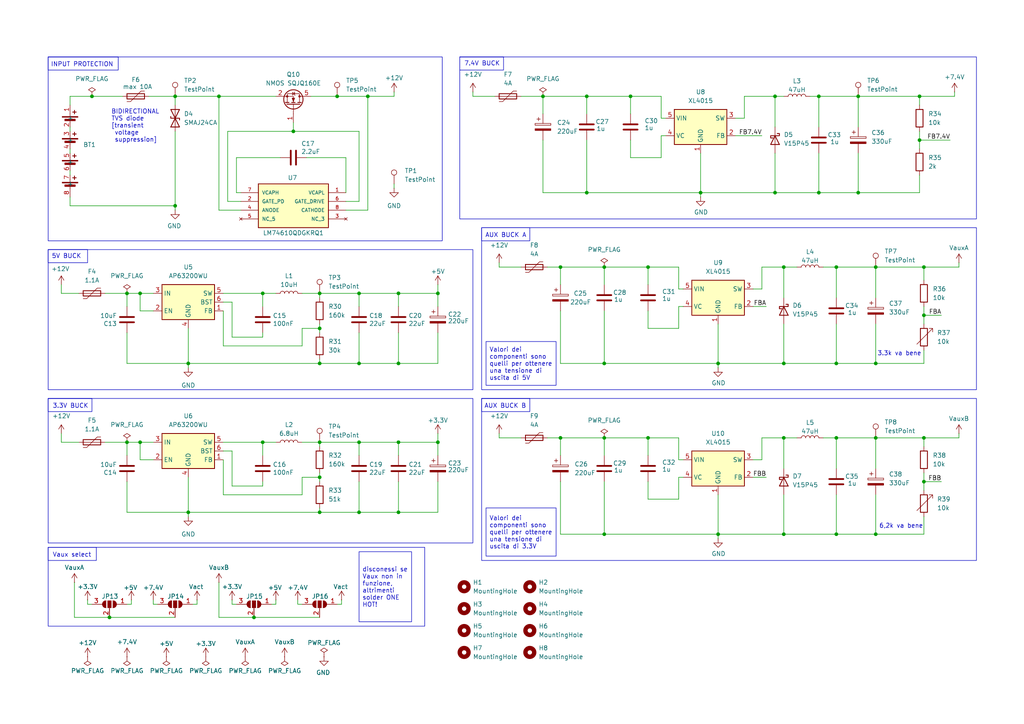
<source format=kicad_sch>
(kicad_sch
	(version 20250114)
	(generator "eeschema")
	(generator_version "9.0")
	(uuid "953086fa-c3ab-4cb2-ae4d-3ea7d054a997")
	(paper "A4")
	
	(rectangle
		(start 139.7 115.57)
		(end 283.21 162.56)
		(stroke
			(width 0)
			(type default)
		)
		(fill
			(type none)
		)
		(uuid 01c16c20-3398-461b-a340-24291d3e79b5)
	)
	(rectangle
		(start 133.35 16.51)
		(end 146.05 20.32)
		(stroke
			(width 0)
			(type default)
		)
		(fill
			(type none)
		)
		(uuid 0b34e581-663e-49f6-9059-46b50d62720f)
	)
	(rectangle
		(start 13.97 72.39)
		(end 137.16 113.03)
		(stroke
			(width 0)
			(type default)
		)
		(fill
			(type none)
		)
		(uuid 0eed0fee-73d2-4174-9689-a5d68fabccde)
	)
	(rectangle
		(start 13.97 158.75)
		(end 27.94 162.56)
		(stroke
			(width 0)
			(type default)
		)
		(fill
			(type none)
		)
		(uuid 1b97c089-3d63-42ca-9f3f-d7fd32b9c7e5)
	)
	(rectangle
		(start 139.7 66.04)
		(end 283.21 113.03)
		(stroke
			(width 0)
			(type default)
		)
		(fill
			(type none)
		)
		(uuid 28235954-b966-4978-8fba-de6d9e20e72f)
	)
	(rectangle
		(start 13.97 158.75)
		(end 123.19 181.61)
		(stroke
			(width 0)
			(type default)
		)
		(fill
			(type none)
		)
		(uuid 3298b9e2-f108-41e3-bbda-0c97971763af)
	)
	(rectangle
		(start 13.97 72.39)
		(end 25.4 76.2)
		(stroke
			(width 0)
			(type default)
		)
		(fill
			(type none)
		)
		(uuid 33c6471a-db59-4940-814d-6e57921b7b7e)
	)
	(rectangle
		(start 13.97 115.57)
		(end 26.67 119.38)
		(stroke
			(width 0)
			(type default)
		)
		(fill
			(type none)
		)
		(uuid 5a658950-db62-4c10-b920-e2d599910311)
	)
	(rectangle
		(start 13.97 16.51)
		(end 34.29 20.32)
		(stroke
			(width 0)
			(type default)
		)
		(fill
			(type none)
		)
		(uuid 73bb95e7-fde6-4594-8c82-59ad11c60fe5)
	)
	(rectangle
		(start 139.7 115.57)
		(end 153.67 119.38)
		(stroke
			(width 0)
			(type default)
		)
		(fill
			(type none)
		)
		(uuid c5d2ba25-ad33-4809-8f71-2a8f0422ff8d)
	)
	(rectangle
		(start 139.7 66.04)
		(end 153.67 69.85)
		(stroke
			(width 0)
			(type default)
		)
		(fill
			(type none)
		)
		(uuid d08f71a0-92cc-4596-a40c-d212729834d9)
	)
	(rectangle
		(start 133.35 16.51)
		(end 283.21 63.5)
		(stroke
			(width 0)
			(type default)
		)
		(fill
			(type none)
		)
		(uuid d2af9eb6-eb6e-4e76-8f9b-e35205ef100e)
	)
	(rectangle
		(start 13.97 16.51)
		(end 128.27 69.85)
		(stroke
			(width 0)
			(type default)
		)
		(fill
			(type none)
		)
		(uuid e838876a-9fa9-4ff1-97f4-66df09e52fd1)
	)
	(rectangle
		(start 13.97 115.57)
		(end 137.16 157.48)
		(stroke
			(width 0)
			(type default)
		)
		(fill
			(type none)
		)
		(uuid e9ec95ae-7d47-480e-9e60-802144d987c5)
	)
	(text "5V BUCK"
		(exclude_from_sim no)
		(at 14.986 74.422 0)
		(effects
			(font
				(size 1.27 1.27)
			)
			(justify left)
		)
		(uuid "0bcb6ac3-a82d-4d28-bcbf-551622b3a01d")
	)
	(text "6,2k va bene\n"
		(exclude_from_sim no)
		(at 261.366 152.654 0)
		(effects
			(font
				(size 1.27 1.27)
			)
		)
		(uuid "44f90ae8-91c9-4c64-947c-d3960c530028")
	)
	(text "BIDIRECTIONAL \nTVS diode\n[transient \n voltage\n suppression]"
		(exclude_from_sim no)
		(at 32.258 31.75 0)
		(effects
			(font
				(size 1.27 1.27)
			)
			(justify left top)
		)
		(uuid "4f9bec00-4cb7-456f-8340-e33e382fa66a")
	)
	(text "3.3k va bene\n"
		(exclude_from_sim no)
		(at 260.858 102.616 0)
		(effects
			(font
				(size 1.27 1.27)
			)
		)
		(uuid "55dafc59-777a-4287-9c8d-7abfd9f485f0")
	)
	(text "3.3V BUCK"
		(exclude_from_sim no)
		(at 15.24 117.856 0)
		(effects
			(font
				(size 1.27 1.27)
			)
			(justify left)
		)
		(uuid "854a29ea-5219-442a-9cf5-28eae99ca964")
	)
	(text "7.4V BUCK"
		(exclude_from_sim no)
		(at 134.62 18.542 0)
		(effects
			(font
				(size 1.27 1.27)
			)
			(justify left)
		)
		(uuid "c239794b-f2a2-435c-b27d-e8061d342d6f")
	)
	(text "INPUT PROTECTION"
		(exclude_from_sim no)
		(at 14.732 18.796 0)
		(effects
			(font
				(size 1.27 1.27)
			)
			(justify left)
		)
		(uuid "c5d5e284-b3fd-4ab8-8e7a-70fe5b3d98f7")
	)
	(text "AUX BUCK B"
		(exclude_from_sim no)
		(at 140.462 117.856 0)
		(effects
			(font
				(size 1.27 1.27)
			)
			(justify left)
		)
		(uuid "daad75d5-3b43-466e-85be-23c86d45bd6b")
	)
	(text "Vaux select"
		(exclude_from_sim no)
		(at 15.24 161.036 0)
		(effects
			(font
				(size 1.27 1.27)
			)
			(justify left)
		)
		(uuid "f65ddc94-28bb-4e63-b02a-0bd4754d44a6")
	)
	(text "AUX BUCK A"
		(exclude_from_sim no)
		(at 140.716 68.326 0)
		(effects
			(font
				(size 1.27 1.27)
			)
			(justify left)
		)
		(uuid "f6e59106-103b-4179-9bb4-9a2feb243659")
	)
	(text_box "Valori dei componenti sono quelli per ottenere una tensione di uscita di 3.3V\n"
		(exclude_from_sim no)
		(at 140.97 147.32 0)
		(size 20.32 13.97)
		(margins 0.9525 0.9525 0.9525 0.9525)
		(stroke
			(width 0)
			(type solid)
		)
		(fill
			(type none)
		)
		(effects
			(font
				(size 1.27 1.27)
			)
			(justify left)
		)
		(uuid "da0936d2-b3ab-47f3-995e-62e750989d22")
	)
	(text_box "Valori dei componenti sono quelli per ottenere una tensione di uscita di 5V\n"
		(exclude_from_sim no)
		(at 140.97 99.06 0)
		(size 20.3199 12.7)
		(margins 0.9525 0.9525 0.9525 0.9525)
		(stroke
			(width 0)
			(type solid)
		)
		(fill
			(type none)
		)
		(effects
			(font
				(size 1.27 1.27)
			)
			(justify left)
		)
		(uuid "f0eab02e-f56f-49d0-90aa-2de7845d4ca9")
	)
	(text_box "disconessi se Vaux non in funzione, altrimenti solder ONE HOT!"
		(exclude_from_sim no)
		(at 104.14 160.02 0)
		(size 15.24 20.32)
		(margins 0.9525 0.9525 0.9525 0.9525)
		(stroke
			(width 0)
			(type solid)
		)
		(fill
			(type none)
		)
		(effects
			(font
				(size 1.27 1.27)
			)
			(justify left)
		)
		(uuid "fceb0407-8e1b-4cbb-a675-dcfd42a8282b")
	)
	(junction
		(at 187.96 77.47)
		(diameter 0)
		(color 0 0 0 0)
		(uuid "087bccb8-e3a1-47d2-b309-037eff75f5bb")
	)
	(junction
		(at 254 77.47)
		(diameter 0)
		(color 0 0 0 0)
		(uuid "0957c6ec-4f8b-4a7c-a139-261ebb4a4735")
	)
	(junction
		(at 224.79 27.94)
		(diameter 0)
		(color 0 0 0 0)
		(uuid "0ca24ff4-e949-4034-b5aa-8aadd2aec52d")
	)
	(junction
		(at 76.2 128.27)
		(diameter 0)
		(color 0 0 0 0)
		(uuid "0e60f2cd-4622-4c0f-80f4-c86c1569d4d5")
	)
	(junction
		(at 227.33 127)
		(diameter 0)
		(color 0 0 0 0)
		(uuid "172fb73b-c42c-4acd-8b44-d394f3fd52aa")
	)
	(junction
		(at 242.57 127)
		(diameter 0)
		(color 0 0 0 0)
		(uuid "1df07dc2-0f05-45a5-9d73-1185e9da453d")
	)
	(junction
		(at 36.83 85.09)
		(diameter 0)
		(color 0 0 0 0)
		(uuid "201cf608-9571-435d-b0f8-b931333173b3")
	)
	(junction
		(at 104.14 148.59)
		(diameter 0)
		(color 0 0 0 0)
		(uuid "2542e829-4f26-4393-9d07-06730aa74fe6")
	)
	(junction
		(at 242.57 105.41)
		(diameter 0)
		(color 0 0 0 0)
		(uuid "25884d0e-010e-4e46-a645-a1fcc770a8e4")
	)
	(junction
		(at 175.26 77.47)
		(diameter 0)
		(color 0 0 0 0)
		(uuid "2ab38761-a14f-41c5-bfd6-96f5b41c2419")
	)
	(junction
		(at 267.97 127)
		(diameter 0)
		(color 0 0 0 0)
		(uuid "2c88b309-a0ee-4b60-ac06-a3f8ced92e1a")
	)
	(junction
		(at 40.64 128.27)
		(diameter 0)
		(color 0 0 0 0)
		(uuid "2d69ff90-7beb-4b11-af23-e40244252656")
	)
	(junction
		(at 115.57 148.59)
		(diameter 0)
		(color 0 0 0 0)
		(uuid "2f4f3603-d2da-4d4d-b777-4609997e68c2")
	)
	(junction
		(at 175.26 154.94)
		(diameter 0)
		(color 0 0 0 0)
		(uuid "3070ff40-e11f-4da8-b371-3264cd72adb4")
	)
	(junction
		(at 104.14 85.09)
		(diameter 0)
		(color 0 0 0 0)
		(uuid "30fa938e-f341-4d15-b867-4e680c3f96a1")
	)
	(junction
		(at 254 154.94)
		(diameter 0)
		(color 0 0 0 0)
		(uuid "35687b32-39b7-48f8-9728-44acb118ec5c")
	)
	(junction
		(at 85.09 38.1)
		(diameter 0)
		(color 0 0 0 0)
		(uuid "3d624da9-d414-486f-bd34-f6cf26546282")
	)
	(junction
		(at 208.28 154.94)
		(diameter 0)
		(color 0 0 0 0)
		(uuid "464b5f41-6414-4fff-bbc2-272f97cec06f")
	)
	(junction
		(at 248.92 55.88)
		(diameter 0)
		(color 0 0 0 0)
		(uuid "4a2798de-1764-4f29-9b3b-fd0272870f83")
	)
	(junction
		(at 104.14 128.27)
		(diameter 0)
		(color 0 0 0 0)
		(uuid "4a47003d-ee08-47be-aad1-6e12fba22525")
	)
	(junction
		(at 115.57 85.09)
		(diameter 0)
		(color 0 0 0 0)
		(uuid "4c22c0e0-6d43-401f-a26b-f5645717c257")
	)
	(junction
		(at 115.57 105.41)
		(diameter 0)
		(color 0 0 0 0)
		(uuid "4cc24344-41ef-4fdb-b837-2d39b8e9ee29")
	)
	(junction
		(at 254 127)
		(diameter 0)
		(color 0 0 0 0)
		(uuid "5743116d-d2af-4358-a285-44a2137808a4")
	)
	(junction
		(at 227.33 154.94)
		(diameter 0)
		(color 0 0 0 0)
		(uuid "592579de-30d4-4fca-8934-8c144c0d00f2")
	)
	(junction
		(at 115.57 128.27)
		(diameter 0)
		(color 0 0 0 0)
		(uuid "5e07fe7f-8b54-4e23-8c90-47bac361092e")
	)
	(junction
		(at 248.92 27.94)
		(diameter 0)
		(color 0 0 0 0)
		(uuid "66c1d1db-9bfc-4563-9759-d2d9cd97b529")
	)
	(junction
		(at 63.5 27.94)
		(diameter 0)
		(color 0 0 0 0)
		(uuid "6b77dd12-7f97-43ba-a67a-da6beb6e2ee6")
	)
	(junction
		(at 40.64 85.09)
		(diameter 0)
		(color 0 0 0 0)
		(uuid "71868675-2714-413b-b952-9a530d42b5ab")
	)
	(junction
		(at 237.49 55.88)
		(diameter 0)
		(color 0 0 0 0)
		(uuid "785e8789-d12d-4e2a-8cf6-c5c73f508b3d")
	)
	(junction
		(at 267.97 77.47)
		(diameter 0)
		(color 0 0 0 0)
		(uuid "79d83e89-eba0-4cac-9e7f-928fbf9b9141")
	)
	(junction
		(at 162.56 77.47)
		(diameter 0)
		(color 0 0 0 0)
		(uuid "7a0996bb-58ef-418f-8a0a-367ce467f54d")
	)
	(junction
		(at 187.96 127)
		(diameter 0)
		(color 0 0 0 0)
		(uuid "7a4bb8b6-e12f-458c-9bce-681fc8998186")
	)
	(junction
		(at 170.18 27.94)
		(diameter 0)
		(color 0 0 0 0)
		(uuid "7ad3d55d-c758-412e-9ca6-d4b487bb53a4")
	)
	(junction
		(at 92.71 128.27)
		(diameter 0)
		(color 0 0 0 0)
		(uuid "837f92af-7301-4942-bdeb-89c30fd40fb9")
	)
	(junction
		(at 50.8 27.94)
		(diameter 0)
		(color 0 0 0 0)
		(uuid "84f79a93-a816-4ce0-bfbf-d25e3e97eb60")
	)
	(junction
		(at 267.97 91.44)
		(diameter 0)
		(color 0 0 0 0)
		(uuid "8a14ebc2-ceae-47ed-9dc2-b43fec5081de")
	)
	(junction
		(at 266.7 27.94)
		(diameter 0)
		(color 0 0 0 0)
		(uuid "8a25d21e-293c-42d4-9bad-731458e515cd")
	)
	(junction
		(at 92.71 105.41)
		(diameter 0)
		(color 0 0 0 0)
		(uuid "8aa06fd0-8b9e-4542-9d86-a13bacea0326")
	)
	(junction
		(at 162.56 127)
		(diameter 0)
		(color 0 0 0 0)
		(uuid "8b071b85-16fe-456e-a5d2-0f3d5aec653a")
	)
	(junction
		(at 242.57 77.47)
		(diameter 0)
		(color 0 0 0 0)
		(uuid "8b36d95f-d472-49cc-a4c2-e1c6ef65af90")
	)
	(junction
		(at 26.67 27.94)
		(diameter 0)
		(color 0 0 0 0)
		(uuid "8de3f6cd-ab30-4485-b25b-ecb504a71000")
	)
	(junction
		(at 54.61 148.59)
		(diameter 0)
		(color 0 0 0 0)
		(uuid "8f12fdd2-0efa-4747-99eb-168b82491c66")
	)
	(junction
		(at 50.8 59.69)
		(diameter 0)
		(color 0 0 0 0)
		(uuid "9088ef99-053a-4b2b-a746-c8a6e1f6d653")
	)
	(junction
		(at 267.97 139.7)
		(diameter 0)
		(color 0 0 0 0)
		(uuid "93df2044-003f-4e0c-94cb-80ae6cab83ed")
	)
	(junction
		(at 227.33 105.41)
		(diameter 0)
		(color 0 0 0 0)
		(uuid "99b49272-3cc4-4b7b-83c3-386ae141b824")
	)
	(junction
		(at 203.2 55.88)
		(diameter 0)
		(color 0 0 0 0)
		(uuid "9c2aa78f-30d3-4610-b8f9-53d9d7e75404")
	)
	(junction
		(at 92.71 95.25)
		(diameter 0)
		(color 0 0 0 0)
		(uuid "9fc07323-c7d8-4417-93b8-1091b516a411")
	)
	(junction
		(at 106.68 27.94)
		(diameter 0)
		(color 0 0 0 0)
		(uuid "aed42238-3c39-4b40-ada0-8cfca386f5e9")
	)
	(junction
		(at 92.71 148.59)
		(diameter 0)
		(color 0 0 0 0)
		(uuid "b3dce36a-c34f-48cd-9f3e-41ef363e818a")
	)
	(junction
		(at 242.57 154.94)
		(diameter 0)
		(color 0 0 0 0)
		(uuid "b6c0c441-fbf8-47c4-828e-7dc8f1350ff0")
	)
	(junction
		(at 170.18 55.88)
		(diameter 0)
		(color 0 0 0 0)
		(uuid "bdae7c55-11bc-4c54-988a-e73ed4809c31")
	)
	(junction
		(at 224.79 55.88)
		(diameter 0)
		(color 0 0 0 0)
		(uuid "be097ec6-6c16-477a-afdc-684addcf61de")
	)
	(junction
		(at 237.49 27.94)
		(diameter 0)
		(color 0 0 0 0)
		(uuid "bee532ab-732d-49b1-ac2a-2d87ff4d069f")
	)
	(junction
		(at 266.7 40.64)
		(diameter 0)
		(color 0 0 0 0)
		(uuid "bf8b3fdc-2b61-4182-adee-b389ea69811b")
	)
	(junction
		(at 92.71 85.09)
		(diameter 0)
		(color 0 0 0 0)
		(uuid "c789b7f6-8ec3-4e6c-9edf-6ffd45ca78ac")
	)
	(junction
		(at 104.14 105.41)
		(diameter 0)
		(color 0 0 0 0)
		(uuid "cd0a321c-b2f1-4c6c-817a-d841d9db5e3d")
	)
	(junction
		(at 175.26 105.41)
		(diameter 0)
		(color 0 0 0 0)
		(uuid "cde5fd11-b719-431a-b34c-e25eaea94479")
	)
	(junction
		(at 97.79 27.94)
		(diameter 0)
		(color 0 0 0 0)
		(uuid "d2309e28-6d31-42ea-95e1-472d77a8e619")
	)
	(junction
		(at 73.66 179.07)
		(diameter 0)
		(color 0 0 0 0)
		(uuid "d27cbaef-99d9-4e05-82e0-31d2baa050f3")
	)
	(junction
		(at 76.2 85.09)
		(diameter 0)
		(color 0 0 0 0)
		(uuid "d63f1001-a492-41c1-aed0-be6877690765")
	)
	(junction
		(at 127 128.27)
		(diameter 0)
		(color 0 0 0 0)
		(uuid "dc11f7e7-4b3c-4fb5-8257-35cf727967dc")
	)
	(junction
		(at 254 105.41)
		(diameter 0)
		(color 0 0 0 0)
		(uuid "e737a187-8bb1-4bcd-b9c8-a36ad705dd81")
	)
	(junction
		(at 36.83 128.27)
		(diameter 0)
		(color 0 0 0 0)
		(uuid "ea7e5f03-9a35-4367-bbb1-5961f863e3c4")
	)
	(junction
		(at 54.61 105.41)
		(diameter 0)
		(color 0 0 0 0)
		(uuid "ea847085-2ce4-48d2-a641-9be796e26cfb")
	)
	(junction
		(at 227.33 77.47)
		(diameter 0)
		(color 0 0 0 0)
		(uuid "ebb60d29-53f8-490f-9260-aeb70eb03e5a")
	)
	(junction
		(at 31.75 179.07)
		(diameter 0)
		(color 0 0 0 0)
		(uuid "ebbe8f42-def4-4f1e-a4a7-93f87d750593")
	)
	(junction
		(at 175.26 127)
		(diameter 0)
		(color 0 0 0 0)
		(uuid "ef095912-3137-4232-971d-d4bfc6bc5daf")
	)
	(junction
		(at 157.48 27.94)
		(diameter 0)
		(color 0 0 0 0)
		(uuid "f00a6d89-0e5d-4bf0-8b2a-9c5cc356c7b5")
	)
	(junction
		(at 208.28 105.41)
		(diameter 0)
		(color 0 0 0 0)
		(uuid "f141781c-ee45-4158-90a7-b257e61d8923")
	)
	(junction
		(at 92.71 138.43)
		(diameter 0)
		(color 0 0 0 0)
		(uuid "f3c72a3b-e355-4224-a305-e4348a9261d0")
	)
	(junction
		(at 127 85.09)
		(diameter 0)
		(color 0 0 0 0)
		(uuid "f584771c-d7c7-4933-b9b5-cd9995096f31")
	)
	(junction
		(at 182.88 27.94)
		(diameter 0)
		(color 0 0 0 0)
		(uuid "f941a74c-8603-4fe8-85ae-47534733ff10")
	)
	(wire
		(pts
			(xy 36.83 105.41) (xy 54.61 105.41)
		)
		(stroke
			(width 0)
			(type default)
		)
		(uuid "00ccc55d-f4c5-44ae-9f4d-d445de9d2138")
	)
	(wire
		(pts
			(xy 100.33 45.72) (xy 100.33 55.88)
		)
		(stroke
			(width 0)
			(type default)
		)
		(uuid "01578830-9dd0-4e9c-9168-d55940c0ebee")
	)
	(wire
		(pts
			(xy 242.57 105.41) (xy 254 105.41)
		)
		(stroke
			(width 0)
			(type default)
		)
		(uuid "021a41de-f4c3-479e-9e7f-f8d5c4b70830")
	)
	(wire
		(pts
			(xy 191.77 27.94) (xy 191.77 34.29)
		)
		(stroke
			(width 0)
			(type default)
		)
		(uuid "0240eede-1dd8-4bf7-b3c4-b2089468624c")
	)
	(wire
		(pts
			(xy 215.9 27.94) (xy 215.9 34.29)
		)
		(stroke
			(width 0)
			(type default)
		)
		(uuid "02824fbe-923b-4b28-9079-0d6d63fb2341")
	)
	(wire
		(pts
			(xy 115.57 105.41) (xy 127 105.41)
		)
		(stroke
			(width 0)
			(type default)
		)
		(uuid "02cddfed-b990-4c95-a8da-f4698f6b339a")
	)
	(wire
		(pts
			(xy 266.7 38.1) (xy 266.7 40.64)
		)
		(stroke
			(width 0)
			(type default)
		)
		(uuid "0534c616-af61-448e-b412-ca7d0706c015")
	)
	(wire
		(pts
			(xy 137.16 27.94) (xy 137.16 26.67)
		)
		(stroke
			(width 0)
			(type default)
		)
		(uuid "0566275e-4288-44b5-920e-4d0bf03e74a7")
	)
	(wire
		(pts
			(xy 187.96 77.47) (xy 196.85 77.47)
		)
		(stroke
			(width 0)
			(type default)
		)
		(uuid "096c42f1-8870-4cd4-85db-bfa7c6446032")
	)
	(wire
		(pts
			(xy 115.57 128.27) (xy 115.57 132.08)
		)
		(stroke
			(width 0)
			(type default)
		)
		(uuid "0b936c09-d1ab-48b5-8a1d-a49d7e584b6d")
	)
	(wire
		(pts
			(xy 92.71 93.98) (xy 92.71 95.25)
		)
		(stroke
			(width 0)
			(type default)
		)
		(uuid "0de3471a-bfce-4665-b399-fb31d6cd18e9")
	)
	(wire
		(pts
			(xy 222.25 138.43) (xy 218.44 138.43)
		)
		(stroke
			(width 0)
			(type default)
		)
		(uuid "0e69e592-9220-411b-b1b8-1e07b546c34e")
	)
	(wire
		(pts
			(xy 203.2 55.88) (xy 224.79 55.88)
		)
		(stroke
			(width 0)
			(type default)
		)
		(uuid "0f49264c-d995-4783-a578-cfe7e01012b1")
	)
	(wire
		(pts
			(xy 63.5 179.07) (xy 73.66 179.07)
		)
		(stroke
			(width 0)
			(type default)
		)
		(uuid "105787d7-016e-4ef5-8963-0a7f9cb56456")
	)
	(wire
		(pts
			(xy 227.33 77.47) (xy 231.14 77.47)
		)
		(stroke
			(width 0)
			(type default)
		)
		(uuid "1100088f-95b7-45d6-8049-ea3ebfc6ad81")
	)
	(wire
		(pts
			(xy 115.57 85.09) (xy 115.57 88.9)
		)
		(stroke
			(width 0)
			(type default)
		)
		(uuid "1161e686-fd39-4dd7-b42e-4023798b0b02")
	)
	(wire
		(pts
			(xy 92.71 137.16) (xy 92.71 138.43)
		)
		(stroke
			(width 0)
			(type default)
		)
		(uuid "11abf63f-0038-427a-a9b8-c8d11dd539e4")
	)
	(wire
		(pts
			(xy 63.5 168.91) (xy 63.5 179.07)
		)
		(stroke
			(width 0)
			(type default)
		)
		(uuid "14275026-7d32-4b83-bd08-0e1d40954759")
	)
	(wire
		(pts
			(xy 170.18 27.94) (xy 182.88 27.94)
		)
		(stroke
			(width 0)
			(type default)
		)
		(uuid "14a3cd1b-d658-4be8-830d-daf6e78aec65")
	)
	(wire
		(pts
			(xy 220.98 133.35) (xy 218.44 133.35)
		)
		(stroke
			(width 0)
			(type default)
		)
		(uuid "14e65cbd-abfa-4a20-a1da-ce02e8fd249c")
	)
	(wire
		(pts
			(xy 144.78 127) (xy 144.78 125.73)
		)
		(stroke
			(width 0)
			(type default)
		)
		(uuid "15010e38-076b-4315-9334-6b011706aec8")
	)
	(wire
		(pts
			(xy 187.96 95.25) (xy 196.85 95.25)
		)
		(stroke
			(width 0)
			(type default)
		)
		(uuid "15947079-2965-4ade-aa02-28cab4fea979")
	)
	(wire
		(pts
			(xy 157.48 33.02) (xy 157.48 27.94)
		)
		(stroke
			(width 0)
			(type default)
		)
		(uuid "18c0f0d7-d002-44c9-88f7-bdb837eeb5e5")
	)
	(wire
		(pts
			(xy 86.36 175.26) (xy 87.63 175.26)
		)
		(stroke
			(width 0)
			(type default)
		)
		(uuid "1a90ed96-3aa2-4f2d-ae9a-df0e7ca59226")
	)
	(wire
		(pts
			(xy 21.59 168.91) (xy 21.59 179.07)
		)
		(stroke
			(width 0)
			(type default)
		)
		(uuid "1d1fc0d5-aa0f-405e-b775-659cdfdad3a1")
	)
	(wire
		(pts
			(xy 54.61 149.86) (xy 54.61 148.59)
		)
		(stroke
			(width 0)
			(type default)
		)
		(uuid "1dd8e54d-010e-4b81-86a5-089c47d8ee37")
	)
	(wire
		(pts
			(xy 254 143.51) (xy 254 154.94)
		)
		(stroke
			(width 0)
			(type default)
		)
		(uuid "1df9b800-bfdd-4e10-a6ab-b5aca0f89dc3")
	)
	(wire
		(pts
			(xy 182.88 33.02) (xy 182.88 27.94)
		)
		(stroke
			(width 0)
			(type default)
		)
		(uuid "1dfc2643-39a1-405b-9033-7c75b0d13337")
	)
	(wire
		(pts
			(xy 196.85 133.35) (xy 198.12 133.35)
		)
		(stroke
			(width 0)
			(type default)
		)
		(uuid "1e0bb08c-d741-4489-a6a6-ecede84ebaf7")
	)
	(wire
		(pts
			(xy 162.56 127) (xy 175.26 127)
		)
		(stroke
			(width 0)
			(type default)
		)
		(uuid "1e13134f-e0b4-4c10-9ebf-aac345570136")
	)
	(wire
		(pts
			(xy 227.33 77.47) (xy 227.33 86.36)
		)
		(stroke
			(width 0)
			(type default)
		)
		(uuid "1ed89055-278a-49ec-921d-3b21f149d5ae")
	)
	(wire
		(pts
			(xy 87.63 143.51) (xy 87.63 138.43)
		)
		(stroke
			(width 0)
			(type default)
		)
		(uuid "1f754ce4-e64a-427b-8cbe-7d3e626bf493")
	)
	(wire
		(pts
			(xy 20.32 57.15) (xy 20.32 59.69)
		)
		(stroke
			(width 0)
			(type default)
		)
		(uuid "210a8153-3c05-4ae6-a8b4-e8a1417c1f7c")
	)
	(wire
		(pts
			(xy 92.71 104.14) (xy 92.71 105.41)
		)
		(stroke
			(width 0)
			(type default)
		)
		(uuid "21ab33f1-d37e-4dea-b758-23dbf14beb4a")
	)
	(wire
		(pts
			(xy 86.36 173.99) (xy 86.36 175.26)
		)
		(stroke
			(width 0)
			(type default)
		)
		(uuid "226d22ab-f1a2-4fbd-af44-8d60687c8213")
	)
	(wire
		(pts
			(xy 273.05 91.44) (xy 267.97 91.44)
		)
		(stroke
			(width 0)
			(type default)
		)
		(uuid "2473bb57-0013-4713-901e-60d8e074a767")
	)
	(wire
		(pts
			(xy 238.76 127) (xy 242.57 127)
		)
		(stroke
			(width 0)
			(type default)
		)
		(uuid "24ed5741-45ac-40f7-b9a3-494df80f0579")
	)
	(wire
		(pts
			(xy 191.77 39.37) (xy 193.04 39.37)
		)
		(stroke
			(width 0)
			(type default)
		)
		(uuid "2640f0c9-b76f-4c0d-9ac9-c29a65139c69")
	)
	(wire
		(pts
			(xy 242.57 143.51) (xy 242.57 154.94)
		)
		(stroke
			(width 0)
			(type default)
		)
		(uuid "26866328-d4aa-442f-85f3-67f3ab3cd143")
	)
	(wire
		(pts
			(xy 63.5 60.96) (xy 69.85 60.96)
		)
		(stroke
			(width 0)
			(type default)
		)
		(uuid "291f2132-5a64-448b-bd2b-a3708b9ad9db")
	)
	(wire
		(pts
			(xy 248.92 27.94) (xy 248.92 36.83)
		)
		(stroke
			(width 0)
			(type default)
		)
		(uuid "2adde2ec-7986-4d6d-b94f-7518494c80cc")
	)
	(wire
		(pts
			(xy 64.77 128.27) (xy 76.2 128.27)
		)
		(stroke
			(width 0)
			(type default)
		)
		(uuid "2b26a455-143b-4ce8-835e-46d916db2022")
	)
	(wire
		(pts
			(xy 254 127) (xy 254 135.89)
		)
		(stroke
			(width 0)
			(type default)
		)
		(uuid "2c2bb239-994e-4b98-a9b3-4fa403b47ae7")
	)
	(wire
		(pts
			(xy 40.64 90.17) (xy 40.64 85.09)
		)
		(stroke
			(width 0)
			(type default)
		)
		(uuid "2fe5f565-5027-49b6-a598-1d395c397f20")
	)
	(wire
		(pts
			(xy 175.26 77.47) (xy 187.96 77.47)
		)
		(stroke
			(width 0)
			(type default)
		)
		(uuid "310fdbc7-90ca-412c-8dea-ce917e5a36ff")
	)
	(wire
		(pts
			(xy 175.26 132.08) (xy 175.26 127)
		)
		(stroke
			(width 0)
			(type default)
		)
		(uuid "31a7becc-d727-4c93-aceb-cd734ed65b38")
	)
	(wire
		(pts
			(xy 278.13 125.73) (xy 278.13 127)
		)
		(stroke
			(width 0)
			(type default)
		)
		(uuid "323439f5-7d65-42b8-93c8-edfec8363640")
	)
	(wire
		(pts
			(xy 99.06 175.26) (xy 97.79 175.26)
		)
		(stroke
			(width 0)
			(type default)
		)
		(uuid "327e21f6-de89-4fb8-8351-c0fae465cd67")
	)
	(wire
		(pts
			(xy 208.28 154.94) (xy 227.33 154.94)
		)
		(stroke
			(width 0)
			(type default)
		)
		(uuid "329212cd-0b1d-4fbe-9732-24a08ed85104")
	)
	(wire
		(pts
			(xy 76.2 85.09) (xy 76.2 88.9)
		)
		(stroke
			(width 0)
			(type default)
		)
		(uuid "32a995e0-9ec1-4a00-ab8c-4f503f9e48db")
	)
	(wire
		(pts
			(xy 87.63 85.09) (xy 92.71 85.09)
		)
		(stroke
			(width 0)
			(type default)
		)
		(uuid "33ab1b19-3b7a-4151-9a40-09052fdb4717")
	)
	(wire
		(pts
			(xy 106.68 27.94) (xy 106.68 60.96)
		)
		(stroke
			(width 0)
			(type default)
		)
		(uuid "3453505f-fdc9-4ee1-afe1-adcfd6338b4e")
	)
	(wire
		(pts
			(xy 220.98 39.37) (xy 213.36 39.37)
		)
		(stroke
			(width 0)
			(type default)
		)
		(uuid "3478a47d-31c2-477d-a06b-1a8aa7485a78")
	)
	(wire
		(pts
			(xy 127 125.73) (xy 127 128.27)
		)
		(stroke
			(width 0)
			(type default)
		)
		(uuid "34d20d95-3f82-411f-b247-1231f897379b")
	)
	(wire
		(pts
			(xy 275.59 40.64) (xy 266.7 40.64)
		)
		(stroke
			(width 0)
			(type default)
		)
		(uuid "34eb1e5c-7fa6-4c9e-b3a7-6db0de4ddd28")
	)
	(wire
		(pts
			(xy 208.28 105.41) (xy 208.28 93.98)
		)
		(stroke
			(width 0)
			(type default)
		)
		(uuid "35a3dc13-730c-43a8-9637-d23961d35c41")
	)
	(wire
		(pts
			(xy 54.61 148.59) (xy 92.71 148.59)
		)
		(stroke
			(width 0)
			(type default)
		)
		(uuid "35dfac12-9a4a-4d47-b8a2-03870fc31bd7")
	)
	(wire
		(pts
			(xy 182.88 40.64) (xy 182.88 45.72)
		)
		(stroke
			(width 0)
			(type default)
		)
		(uuid "370b03f5-0f0f-48f8-911b-cae7cee6ca4a")
	)
	(wire
		(pts
			(xy 175.26 82.55) (xy 175.26 77.47)
		)
		(stroke
			(width 0)
			(type default)
		)
		(uuid "379029e7-85bf-4c19-bdfa-76ac18e2bda4")
	)
	(wire
		(pts
			(xy 36.83 85.09) (xy 40.64 85.09)
		)
		(stroke
			(width 0)
			(type default)
		)
		(uuid "37d01d0e-1221-447c-a5ba-969e6b9e0a8c")
	)
	(wire
		(pts
			(xy 175.26 105.41) (xy 175.26 90.17)
		)
		(stroke
			(width 0)
			(type default)
		)
		(uuid "38654bfc-e11a-4e63-92e9-80dc0a7e2d86")
	)
	(wire
		(pts
			(xy 43.18 27.94) (xy 50.8 27.94)
		)
		(stroke
			(width 0)
			(type default)
		)
		(uuid "38f64558-0f34-49fc-bcf7-1b19ab961e9a")
	)
	(wire
		(pts
			(xy 267.97 101.6) (xy 267.97 105.41)
		)
		(stroke
			(width 0)
			(type default)
		)
		(uuid "39ce04a6-e96e-47be-af7d-fca6e77cfe19")
	)
	(wire
		(pts
			(xy 76.2 97.79) (xy 76.2 96.52)
		)
		(stroke
			(width 0)
			(type default)
		)
		(uuid "39e837ab-663b-41cb-b7cd-fc09a5d83545")
	)
	(wire
		(pts
			(xy 127 96.52) (xy 127 105.41)
		)
		(stroke
			(width 0)
			(type default)
		)
		(uuid "3a206e21-1356-40ba-a726-769e36245e97")
	)
	(wire
		(pts
			(xy 137.16 27.94) (xy 143.51 27.94)
		)
		(stroke
			(width 0)
			(type default)
		)
		(uuid "3a3981a4-98f4-4cbe-a59b-901ba5d12c8f")
	)
	(wire
		(pts
			(xy 40.64 90.17) (xy 44.45 90.17)
		)
		(stroke
			(width 0)
			(type default)
		)
		(uuid "3b365e97-9a51-4354-a113-b5d0f36c3696")
	)
	(wire
		(pts
			(xy 162.56 154.94) (xy 175.26 154.94)
		)
		(stroke
			(width 0)
			(type default)
		)
		(uuid "3bca0c9b-4daf-44de-abf0-c23ff189d1b8")
	)
	(wire
		(pts
			(xy 242.57 127) (xy 254 127)
		)
		(stroke
			(width 0)
			(type default)
		)
		(uuid "3db16623-0a69-41f3-af8c-f351432209bb")
	)
	(wire
		(pts
			(xy 100.33 60.96) (xy 106.68 60.96)
		)
		(stroke
			(width 0)
			(type default)
		)
		(uuid "3db42c4d-ae37-4856-8e6f-f24ae7fb7020")
	)
	(wire
		(pts
			(xy 267.97 77.47) (xy 267.97 81.28)
		)
		(stroke
			(width 0)
			(type default)
		)
		(uuid "3e39135b-c978-451d-bb1e-61eb783df12f")
	)
	(wire
		(pts
			(xy 224.79 27.94) (xy 227.33 27.94)
		)
		(stroke
			(width 0)
			(type default)
		)
		(uuid "3e9f7af7-3384-49ab-8239-f9e582e27a74")
	)
	(wire
		(pts
			(xy 158.75 127) (xy 162.56 127)
		)
		(stroke
			(width 0)
			(type default)
		)
		(uuid "401777c5-722a-46b3-9200-76c1113d594b")
	)
	(wire
		(pts
			(xy 242.57 77.47) (xy 242.57 86.36)
		)
		(stroke
			(width 0)
			(type default)
		)
		(uuid "4197d5de-9146-4aa0-ae20-87324d588d79")
	)
	(wire
		(pts
			(xy 254 127) (xy 267.97 127)
		)
		(stroke
			(width 0)
			(type default)
		)
		(uuid "42a5241d-e613-4e9b-9d1b-0dd6931ce49b")
	)
	(wire
		(pts
			(xy 220.98 77.47) (xy 227.33 77.47)
		)
		(stroke
			(width 0)
			(type default)
		)
		(uuid "43842efc-919c-407f-aed5-bcbc3b6aab17")
	)
	(wire
		(pts
			(xy 208.28 156.21) (xy 208.28 154.94)
		)
		(stroke
			(width 0)
			(type default)
		)
		(uuid "44812c3e-079f-486f-a294-380882528c15")
	)
	(wire
		(pts
			(xy 50.8 38.1) (xy 50.8 59.69)
		)
		(stroke
			(width 0)
			(type default)
		)
		(uuid "462f3a13-882b-4aed-a907-086803e6927c")
	)
	(wire
		(pts
			(xy 266.7 50.8) (xy 266.7 55.88)
		)
		(stroke
			(width 0)
			(type default)
		)
		(uuid "46664790-fda9-456c-8968-e89ae66dc0d4")
	)
	(wire
		(pts
			(xy 227.33 93.98) (xy 227.33 105.41)
		)
		(stroke
			(width 0)
			(type default)
		)
		(uuid "47d11551-6b65-4ed9-aecf-f59cbbea1ec2")
	)
	(wire
		(pts
			(xy 208.28 105.41) (xy 227.33 105.41)
		)
		(stroke
			(width 0)
			(type default)
		)
		(uuid "4805b966-ea36-4c22-9384-5752adc1c524")
	)
	(wire
		(pts
			(xy 20.32 27.94) (xy 26.67 27.94)
		)
		(stroke
			(width 0)
			(type default)
		)
		(uuid "4897649c-fe98-41c2-b0f7-0834766e87c4")
	)
	(wire
		(pts
			(xy 196.85 77.47) (xy 196.85 83.82)
		)
		(stroke
			(width 0)
			(type default)
		)
		(uuid "4962e439-a6e4-4b4a-a359-7899cf18455b")
	)
	(wire
		(pts
			(xy 182.88 45.72) (xy 191.77 45.72)
		)
		(stroke
			(width 0)
			(type default)
		)
		(uuid "49e33637-0864-4d07-ad63-f69c96f978f4")
	)
	(wire
		(pts
			(xy 267.97 137.16) (xy 267.97 139.7)
		)
		(stroke
			(width 0)
			(type default)
		)
		(uuid "4aafb478-4d9e-4a09-8509-3e29033562b7")
	)
	(wire
		(pts
			(xy 50.8 59.69) (xy 50.8 60.96)
		)
		(stroke
			(width 0)
			(type default)
		)
		(uuid "4b9b9703-ace3-4eb9-9179-12f829d9909c")
	)
	(wire
		(pts
			(xy 40.64 128.27) (xy 44.45 128.27)
		)
		(stroke
			(width 0)
			(type default)
		)
		(uuid "4c1b4f6d-50d3-412e-86d7-7e0b71cf6c5e")
	)
	(wire
		(pts
			(xy 220.98 127) (xy 220.98 133.35)
		)
		(stroke
			(width 0)
			(type default)
		)
		(uuid "4c61cc58-7d90-4106-8df1-83f9d4efab85")
	)
	(wire
		(pts
			(xy 87.63 138.43) (xy 92.71 138.43)
		)
		(stroke
			(width 0)
			(type default)
		)
		(uuid "4cbaf599-f0fb-499b-8b5d-f19bd6c63d9f")
	)
	(wire
		(pts
			(xy 157.48 27.94) (xy 170.18 27.94)
		)
		(stroke
			(width 0)
			(type default)
		)
		(uuid "4d1825f1-66e3-4b58-ae00-19bd92fffeb1")
	)
	(wire
		(pts
			(xy 224.79 27.94) (xy 224.79 36.83)
		)
		(stroke
			(width 0)
			(type default)
		)
		(uuid "4d3c0082-585d-432b-858f-f1c56d34fc16")
	)
	(wire
		(pts
			(xy 175.26 154.94) (xy 208.28 154.94)
		)
		(stroke
			(width 0)
			(type default)
		)
		(uuid "4d8dfb39-5d9f-4cd0-bf97-5228ebaab898")
	)
	(wire
		(pts
			(xy 162.56 90.17) (xy 162.56 105.41)
		)
		(stroke
			(width 0)
			(type default)
		)
		(uuid "4f9a0074-8641-4b7f-a3e2-543bc4a214eb")
	)
	(wire
		(pts
			(xy 234.95 27.94) (xy 237.49 27.94)
		)
		(stroke
			(width 0)
			(type default)
		)
		(uuid "503145e4-8b34-4c72-ab53-ff862b578f6e")
	)
	(wire
		(pts
			(xy 67.31 140.97) (xy 76.2 140.97)
		)
		(stroke
			(width 0)
			(type default)
		)
		(uuid "5082bca1-ff03-4235-baa8-3d68f908d132")
	)
	(wire
		(pts
			(xy 92.71 85.09) (xy 104.14 85.09)
		)
		(stroke
			(width 0)
			(type default)
		)
		(uuid "5101af33-0f6c-4fee-9e6d-1db4932d8b3a")
	)
	(wire
		(pts
			(xy 273.05 139.7) (xy 267.97 139.7)
		)
		(stroke
			(width 0)
			(type default)
		)
		(uuid "514011ba-6cdc-4676-8bc1-7faa24ffba2f")
	)
	(wire
		(pts
			(xy 64.77 100.33) (xy 87.63 100.33)
		)
		(stroke
			(width 0)
			(type default)
		)
		(uuid "523b6338-93e8-422d-b9b7-9ba104eef1c0")
	)
	(wire
		(pts
			(xy 215.9 34.29) (xy 213.36 34.29)
		)
		(stroke
			(width 0)
			(type default)
		)
		(uuid "52cbbe80-d060-4a1d-a350-e2cefdc2d287")
	)
	(wire
		(pts
			(xy 68.58 45.72) (xy 81.28 45.72)
		)
		(stroke
			(width 0)
			(type default)
		)
		(uuid "52cfddff-b13e-46b4-bf88-65ab2b4a25d4")
	)
	(wire
		(pts
			(xy 92.71 138.43) (xy 92.71 139.7)
		)
		(stroke
			(width 0)
			(type default)
		)
		(uuid "54d9b318-1f4f-4456-8321-c2f1681fa1a0")
	)
	(wire
		(pts
			(xy 196.85 88.9) (xy 198.12 88.9)
		)
		(stroke
			(width 0)
			(type default)
		)
		(uuid "54f45c6e-45cc-4a34-ad78-38153a90ca9d")
	)
	(wire
		(pts
			(xy 220.98 127) (xy 227.33 127)
		)
		(stroke
			(width 0)
			(type default)
		)
		(uuid "57960c0c-8e6c-48c8-8211-9cd5c82d5ed7")
	)
	(wire
		(pts
			(xy 68.58 55.88) (xy 69.85 55.88)
		)
		(stroke
			(width 0)
			(type default)
		)
		(uuid "580ba22c-3fd3-45f6-ba04-b2b146aeb3c9")
	)
	(wire
		(pts
			(xy 187.96 144.78) (xy 196.85 144.78)
		)
		(stroke
			(width 0)
			(type default)
		)
		(uuid "5a3098a8-e316-4198-875c-b997c8263e6b")
	)
	(wire
		(pts
			(xy 196.85 88.9) (xy 196.85 95.25)
		)
		(stroke
			(width 0)
			(type default)
		)
		(uuid "5a71f72d-d5c1-44ae-9627-04e9eb20c6f8")
	)
	(wire
		(pts
			(xy 64.77 130.81) (xy 67.31 130.81)
		)
		(stroke
			(width 0)
			(type default)
		)
		(uuid "5ab95aaa-1b41-4f20-adbd-8138b3696391")
	)
	(wire
		(pts
			(xy 57.15 175.26) (xy 57.15 173.99)
		)
		(stroke
			(width 0)
			(type default)
		)
		(uuid "5bed9731-9869-4354-aa53-9c3e1eb3dd40")
	)
	(wire
		(pts
			(xy 242.57 77.47) (xy 254 77.47)
		)
		(stroke
			(width 0)
			(type default)
		)
		(uuid "5c086d1f-ab05-4c01-b657-4fe664c8fab7")
	)
	(wire
		(pts
			(xy 215.9 27.94) (xy 224.79 27.94)
		)
		(stroke
			(width 0)
			(type default)
		)
		(uuid "5c8cf5c6-6f62-4a10-bc53-743c2255db69")
	)
	(wire
		(pts
			(xy 208.28 154.94) (xy 208.28 143.51)
		)
		(stroke
			(width 0)
			(type default)
		)
		(uuid "5ccea616-8fea-4e70-abd6-14b7cf3b875e")
	)
	(wire
		(pts
			(xy 170.18 33.02) (xy 170.18 27.94)
		)
		(stroke
			(width 0)
			(type default)
		)
		(uuid "5f92b260-22de-4899-881b-5532527b2a8c")
	)
	(wire
		(pts
			(xy 104.14 38.1) (xy 104.14 58.42)
		)
		(stroke
			(width 0)
			(type default)
		)
		(uuid "607e2996-f92e-47bd-a1d1-24c1afeed099")
	)
	(wire
		(pts
			(xy 237.49 44.45) (xy 237.49 55.88)
		)
		(stroke
			(width 0)
			(type default)
		)
		(uuid "61d89586-5f5d-4b37-94ab-c44d9841b4ef")
	)
	(wire
		(pts
			(xy 196.85 127) (xy 196.85 133.35)
		)
		(stroke
			(width 0)
			(type default)
		)
		(uuid "61f0af9b-0b51-40ff-b389-9083c58e8d9f")
	)
	(wire
		(pts
			(xy 115.57 85.09) (xy 104.14 85.09)
		)
		(stroke
			(width 0)
			(type default)
		)
		(uuid "6270d008-5ae5-4dd3-b045-39f82b6dc423")
	)
	(wire
		(pts
			(xy 20.32 59.69) (xy 50.8 59.69)
		)
		(stroke
			(width 0)
			(type default)
		)
		(uuid "6386829b-167b-4f92-b13c-4a8998d6373a")
	)
	(wire
		(pts
			(xy 196.85 138.43) (xy 198.12 138.43)
		)
		(stroke
			(width 0)
			(type default)
		)
		(uuid "650a6b50-171d-4f2c-92e2-75ba2aa3e578")
	)
	(wire
		(pts
			(xy 208.28 106.68) (xy 208.28 105.41)
		)
		(stroke
			(width 0)
			(type default)
		)
		(uuid "657c2a60-e1fa-4921-9c70-e086ac9f4a04")
	)
	(wire
		(pts
			(xy 36.83 85.09) (xy 36.83 88.9)
		)
		(stroke
			(width 0)
			(type default)
		)
		(uuid "65950676-b342-4b6b-ba7f-30e4a61971bb")
	)
	(wire
		(pts
			(xy 248.92 44.45) (xy 248.92 55.88)
		)
		(stroke
			(width 0)
			(type default)
		)
		(uuid "662e40fd-7040-4584-8101-3e75f470f948")
	)
	(wire
		(pts
			(xy 203.2 55.88) (xy 203.2 44.45)
		)
		(stroke
			(width 0)
			(type default)
		)
		(uuid "6646db1f-0135-47cf-9841-8310798043f3")
	)
	(wire
		(pts
			(xy 267.97 88.9) (xy 267.97 91.44)
		)
		(stroke
			(width 0)
			(type default)
		)
		(uuid "6737f495-2959-48e0-b8f9-fa3bf60bacc4")
	)
	(wire
		(pts
			(xy 237.49 27.94) (xy 248.92 27.94)
		)
		(stroke
			(width 0)
			(type default)
		)
		(uuid "67dde635-cca8-442b-ab46-ee50860e0d36")
	)
	(wire
		(pts
			(xy 157.48 55.88) (xy 170.18 55.88)
		)
		(stroke
			(width 0)
			(type default)
		)
		(uuid "69191dbf-35c3-45cf-b9ce-eee72bda5b84")
	)
	(wire
		(pts
			(xy 222.25 88.9) (xy 218.44 88.9)
		)
		(stroke
			(width 0)
			(type default)
		)
		(uuid "6a7da526-b014-426a-980c-8bd192a3e7ae")
	)
	(wire
		(pts
			(xy 114.3 27.94) (xy 114.3 26.67)
		)
		(stroke
			(width 0)
			(type default)
		)
		(uuid "6c2b605b-f251-4aaf-aac2-bb17c6cfd29f")
	)
	(wire
		(pts
			(xy 88.9 45.72) (xy 100.33 45.72)
		)
		(stroke
			(width 0)
			(type default)
		)
		(uuid "6c999653-f898-4066-a5de-4788f5e7d580")
	)
	(wire
		(pts
			(xy 92.71 148.59) (xy 104.14 148.59)
		)
		(stroke
			(width 0)
			(type default)
		)
		(uuid "6e329e53-b201-42a5-a9f5-01354f937ca1")
	)
	(wire
		(pts
			(xy 157.48 40.64) (xy 157.48 55.88)
		)
		(stroke
			(width 0)
			(type default)
		)
		(uuid "6ef90bda-9e9b-4c43-b4b9-9db276969ebc")
	)
	(wire
		(pts
			(xy 63.5 27.94) (xy 63.5 60.96)
		)
		(stroke
			(width 0)
			(type default)
		)
		(uuid "7089974d-37ea-4c84-b3b8-dfcf4ed2ba04")
	)
	(wire
		(pts
			(xy 26.67 27.94) (xy 35.56 27.94)
		)
		(stroke
			(width 0)
			(type default)
		)
		(uuid "714cf7df-f931-4c6c-bed8-2b5f1c6ed13d")
	)
	(wire
		(pts
			(xy 80.01 173.99) (xy 80.01 175.26)
		)
		(stroke
			(width 0)
			(type default)
		)
		(uuid "71c4426c-8927-4a54-813c-004c605b4cc7")
	)
	(wire
		(pts
			(xy 162.56 82.55) (xy 162.56 77.47)
		)
		(stroke
			(width 0)
			(type default)
		)
		(uuid "72330f5a-f2e3-4eb7-93bc-26caccc03c86")
	)
	(wire
		(pts
			(xy 220.98 77.47) (xy 220.98 83.82)
		)
		(stroke
			(width 0)
			(type default)
		)
		(uuid "726ec882-aa47-48d6-861a-ae0e21b3f32d")
	)
	(wire
		(pts
			(xy 54.61 95.25) (xy 54.61 105.41)
		)
		(stroke
			(width 0)
			(type default)
		)
		(uuid "73ab3bdf-dc8b-4b91-a1fd-377e2041c924")
	)
	(wire
		(pts
			(xy 87.63 100.33) (xy 87.63 95.25)
		)
		(stroke
			(width 0)
			(type default)
		)
		(uuid "73f95876-5292-44c9-967d-4624b7ffac23")
	)
	(wire
		(pts
			(xy 25.4 175.26) (xy 25.4 173.99)
		)
		(stroke
			(width 0)
			(type default)
		)
		(uuid "74c76877-d816-4c74-b2c5-e99a1aa7bd9e")
	)
	(wire
		(pts
			(xy 36.83 96.52) (xy 36.83 105.41)
		)
		(stroke
			(width 0)
			(type default)
		)
		(uuid "7549016b-b9b6-4008-af6d-92c36ebc1200")
	)
	(wire
		(pts
			(xy 267.97 77.47) (xy 278.13 77.47)
		)
		(stroke
			(width 0)
			(type default)
		)
		(uuid "77780fa6-45e4-4539-9f26-15fb2342c831")
	)
	(wire
		(pts
			(xy 54.61 138.43) (xy 54.61 148.59)
		)
		(stroke
			(width 0)
			(type default)
		)
		(uuid "78dd58fc-d2af-47f2-9cf2-c7c9d5ebae48")
	)
	(wire
		(pts
			(xy 67.31 97.79) (xy 76.2 97.79)
		)
		(stroke
			(width 0)
			(type default)
		)
		(uuid "78e9eaae-8738-442e-9033-2c2a3414a976")
	)
	(wire
		(pts
			(xy 104.14 96.52) (xy 104.14 105.41)
		)
		(stroke
			(width 0)
			(type default)
		)
		(uuid "793c8234-0eb7-490b-ab84-1ccace45e89f")
	)
	(wire
		(pts
			(xy 227.33 127) (xy 231.14 127)
		)
		(stroke
			(width 0)
			(type default)
		)
		(uuid "79e7df71-d9a1-4875-9ac2-0ff79575d7e7")
	)
	(wire
		(pts
			(xy 127 139.7) (xy 127 148.59)
		)
		(stroke
			(width 0)
			(type default)
		)
		(uuid "7bada8e9-c0b6-471f-af32-9f246d7ef487")
	)
	(wire
		(pts
			(xy 187.96 127) (xy 196.85 127)
		)
		(stroke
			(width 0)
			(type default)
		)
		(uuid "7dd53774-4ae7-495d-90ee-2e5b38692b2a")
	)
	(wire
		(pts
			(xy 254 93.98) (xy 254 105.41)
		)
		(stroke
			(width 0)
			(type default)
		)
		(uuid "81e4bc05-c434-46be-b386-6824f476ee97")
	)
	(wire
		(pts
			(xy 99.06 175.26) (xy 99.06 173.99)
		)
		(stroke
			(width 0)
			(type default)
		)
		(uuid "820af927-0b27-4927-94f9-bfe778d749db")
	)
	(wire
		(pts
			(xy 36.83 148.59) (xy 54.61 148.59)
		)
		(stroke
			(width 0)
			(type default)
		)
		(uuid "83335860-280b-4bf1-8e4b-5145fd89e068")
	)
	(wire
		(pts
			(xy 242.57 93.98) (xy 242.57 105.41)
		)
		(stroke
			(width 0)
			(type default)
		)
		(uuid "85cd7b98-4daf-4dca-9df3-4b5d046c9520")
	)
	(wire
		(pts
			(xy 175.26 154.94) (xy 175.26 139.7)
		)
		(stroke
			(width 0)
			(type default)
		)
		(uuid "87be75ff-fe3f-408d-9868-c5d87f199439")
	)
	(wire
		(pts
			(xy 20.32 36.83) (xy 20.32 38.1)
		)
		(stroke
			(width 0)
			(type default)
		)
		(uuid "8882692c-4744-4c93-8817-419c421097a8")
	)
	(wire
		(pts
			(xy 170.18 55.88) (xy 170.18 40.64)
		)
		(stroke
			(width 0)
			(type default)
		)
		(uuid "88ec47ee-199f-4c0e-ba5f-dcfbadebd384")
	)
	(wire
		(pts
			(xy 266.7 27.94) (xy 276.86 27.94)
		)
		(stroke
			(width 0)
			(type default)
		)
		(uuid "8a818146-beb6-4445-af41-b5d44d013a0e")
	)
	(wire
		(pts
			(xy 31.75 179.07) (xy 50.8 179.07)
		)
		(stroke
			(width 0)
			(type default)
		)
		(uuid "8b2a7999-7004-43bb-a49d-df6fac2ff69f")
	)
	(wire
		(pts
			(xy 266.7 55.88) (xy 248.92 55.88)
		)
		(stroke
			(width 0)
			(type default)
		)
		(uuid "8cb90ddc-a32f-488e-993f-cbf04278dcc1")
	)
	(wire
		(pts
			(xy 115.57 128.27) (xy 104.14 128.27)
		)
		(stroke
			(width 0)
			(type default)
		)
		(uuid "8e844de7-3d89-4a80-80a1-7f1cefa2a607")
	)
	(wire
		(pts
			(xy 64.77 85.09) (xy 76.2 85.09)
		)
		(stroke
			(width 0)
			(type default)
		)
		(uuid "8ed73674-2060-40f3-8ba2-381ae603d3ca")
	)
	(wire
		(pts
			(xy 44.45 175.26) (xy 45.72 175.26)
		)
		(stroke
			(width 0)
			(type default)
		)
		(uuid "8f2e00a2-5788-4939-bebb-e64e5950f417")
	)
	(wire
		(pts
			(xy 97.79 27.94) (xy 106.68 27.94)
		)
		(stroke
			(width 0)
			(type default)
		)
		(uuid "90d3af13-a54a-4521-9d57-32d50720aab8")
	)
	(wire
		(pts
			(xy 38.1 173.99) (xy 38.1 175.26)
		)
		(stroke
			(width 0)
			(type default)
		)
		(uuid "90f64759-979b-47c8-b1ed-8793ff86a6b1")
	)
	(wire
		(pts
			(xy 50.8 27.94) (xy 63.5 27.94)
		)
		(stroke
			(width 0)
			(type default)
		)
		(uuid "9164fe34-e526-42ad-8047-3622ca013804")
	)
	(wire
		(pts
			(xy 267.97 105.41) (xy 254 105.41)
		)
		(stroke
			(width 0)
			(type default)
		)
		(uuid "92f36f6f-b6a3-4a19-8c48-bfe6dc0b8b8f")
	)
	(wire
		(pts
			(xy 20.32 30.48) (xy 20.32 27.94)
		)
		(stroke
			(width 0)
			(type default)
		)
		(uuid "93e0c156-f94d-44cb-8bdf-281c30702ae1")
	)
	(wire
		(pts
			(xy 54.61 106.68) (xy 54.61 105.41)
		)
		(stroke
			(width 0)
			(type default)
		)
		(uuid "952184ce-ceb3-468f-bf3b-cec3cd1fca62")
	)
	(wire
		(pts
			(xy 254 77.47) (xy 254 86.36)
		)
		(stroke
			(width 0)
			(type default)
		)
		(uuid "96430e98-ea7b-481b-997d-1712d46eb4aa")
	)
	(wire
		(pts
			(xy 100.33 58.42) (xy 104.14 58.42)
		)
		(stroke
			(width 0)
			(type default)
		)
		(uuid "965ed0a4-8cc5-448b-af5e-5af8de487b6c")
	)
	(wire
		(pts
			(xy 36.83 128.27) (xy 40.64 128.27)
		)
		(stroke
			(width 0)
			(type default)
		)
		(uuid "9686488e-70ce-4ed5-81e4-1293f89f66b5")
	)
	(wire
		(pts
			(xy 44.45 173.99) (xy 44.45 175.26)
		)
		(stroke
			(width 0)
			(type default)
		)
		(uuid "9822188b-8332-48f8-8510-d87c24ff1ec7")
	)
	(wire
		(pts
			(xy 276.86 26.67) (xy 276.86 27.94)
		)
		(stroke
			(width 0)
			(type default)
		)
		(uuid "985641a1-acca-4e25-8673-6bcc0925648a")
	)
	(wire
		(pts
			(xy 67.31 130.81) (xy 67.31 140.97)
		)
		(stroke
			(width 0)
			(type default)
		)
		(uuid "98887c9c-2e99-4f41-ab6e-8770a8c5f411")
	)
	(wire
		(pts
			(xy 104.14 139.7) (xy 104.14 148.59)
		)
		(stroke
			(width 0)
			(type default)
		)
		(uuid "98d7c422-9e39-4b45-97c0-1c7c3ba4150a")
	)
	(wire
		(pts
			(xy 144.78 77.47) (xy 144.78 76.2)
		)
		(stroke
			(width 0)
			(type default)
		)
		(uuid "999ca1db-5cdd-4e8d-8526-8a816af1c50d")
	)
	(wire
		(pts
			(xy 68.58 45.72) (xy 68.58 55.88)
		)
		(stroke
			(width 0)
			(type default)
		)
		(uuid "999dd1f5-d9ef-40f8-903b-774e7639efd7")
	)
	(wire
		(pts
			(xy 50.8 30.48) (xy 50.8 27.94)
		)
		(stroke
			(width 0)
			(type default)
		)
		(uuid "99dbe182-3c99-4f93-90cf-d456f2b090dc")
	)
	(wire
		(pts
			(xy 182.88 27.94) (xy 191.77 27.94)
		)
		(stroke
			(width 0)
			(type default)
		)
		(uuid "9a30cafb-f9cb-4350-a7e8-46b53a9e608b")
	)
	(wire
		(pts
			(xy 57.15 175.26) (xy 55.88 175.26)
		)
		(stroke
			(width 0)
			(type default)
		)
		(uuid "9a4c09a5-7173-4f65-b627-d587e6704b11")
	)
	(wire
		(pts
			(xy 224.79 55.88) (xy 237.49 55.88)
		)
		(stroke
			(width 0)
			(type default)
		)
		(uuid "9b6f4757-a97d-48c2-8cc6-13b3d7ba177b")
	)
	(wire
		(pts
			(xy 106.68 27.94) (xy 114.3 27.94)
		)
		(stroke
			(width 0)
			(type default)
		)
		(uuid "9d4a30a0-7b1a-40e2-862c-618b9f7b13ed")
	)
	(wire
		(pts
			(xy 248.92 27.94) (xy 266.7 27.94)
		)
		(stroke
			(width 0)
			(type default)
		)
		(uuid "9e0ea26d-c379-4be8-b12a-e969f35be78a")
	)
	(wire
		(pts
			(xy 66.04 58.42) (xy 69.85 58.42)
		)
		(stroke
			(width 0)
			(type default)
		)
		(uuid "9f7c3e8f-6f82-4c63-85db-e98a3a034912")
	)
	(wire
		(pts
			(xy 104.14 148.59) (xy 115.57 148.59)
		)
		(stroke
			(width 0)
			(type default)
		)
		(uuid "a4179484-8a45-4311-afc5-1e199511a1e0")
	)
	(wire
		(pts
			(xy 21.59 179.07) (xy 31.75 179.07)
		)
		(stroke
			(width 0)
			(type default)
		)
		(uuid "a41b2e3e-3157-42a1-ba11-c7c0c99cf7c3")
	)
	(wire
		(pts
			(xy 104.14 38.1) (xy 85.09 38.1)
		)
		(stroke
			(width 0)
			(type default)
		)
		(uuid "a4420dad-ded9-4a83-8342-01c2d3229a01")
	)
	(wire
		(pts
			(xy 267.97 127) (xy 267.97 129.54)
		)
		(stroke
			(width 0)
			(type default)
		)
		(uuid "a5d6166f-79a6-4a18-b692-f00234892d89")
	)
	(wire
		(pts
			(xy 115.57 148.59) (xy 127 148.59)
		)
		(stroke
			(width 0)
			(type default)
		)
		(uuid "a61de755-661c-41d5-9c5f-882ef543c3fc")
	)
	(wire
		(pts
			(xy 92.71 129.54) (xy 92.71 128.27)
		)
		(stroke
			(width 0)
			(type default)
		)
		(uuid "a64fdeef-6167-4ef3-8a1c-9846953a15aa")
	)
	(wire
		(pts
			(xy 73.66 179.07) (xy 92.71 179.07)
		)
		(stroke
			(width 0)
			(type default)
		)
		(uuid "a69d6d74-e4d3-48df-b0e7-41820078d771")
	)
	(wire
		(pts
			(xy 40.64 133.35) (xy 44.45 133.35)
		)
		(stroke
			(width 0)
			(type default)
		)
		(uuid "a6ac35af-513a-4bd3-88cd-093f6927bc10")
	)
	(wire
		(pts
			(xy 92.71 128.27) (xy 104.14 128.27)
		)
		(stroke
			(width 0)
			(type default)
		)
		(uuid "abacc87c-9b8b-489e-a4f1-b0060fd78b0f")
	)
	(wire
		(pts
			(xy 187.96 139.7) (xy 187.96 144.78)
		)
		(stroke
			(width 0)
			(type default)
		)
		(uuid "ac67cbdf-7c0c-4745-a219-799084c4ef55")
	)
	(wire
		(pts
			(xy 87.63 128.27) (xy 92.71 128.27)
		)
		(stroke
			(width 0)
			(type default)
		)
		(uuid "ace56772-7923-4728-baa2-5ff2834e7545")
	)
	(wire
		(pts
			(xy 64.77 87.63) (xy 67.31 87.63)
		)
		(stroke
			(width 0)
			(type default)
		)
		(uuid "af1a9219-e01a-49aa-b101-2344358c4836")
	)
	(wire
		(pts
			(xy 191.77 39.37) (xy 191.77 45.72)
		)
		(stroke
			(width 0)
			(type default)
		)
		(uuid "afd8b6b9-215c-4194-9c9d-50767cac9384")
	)
	(wire
		(pts
			(xy 87.63 95.25) (xy 92.71 95.25)
		)
		(stroke
			(width 0)
			(type default)
		)
		(uuid "b054472d-aa76-413a-90ab-6600c9566b7f")
	)
	(wire
		(pts
			(xy 267.97 91.44) (xy 267.97 93.98)
		)
		(stroke
			(width 0)
			(type default)
		)
		(uuid "b12c040d-24cc-41d6-a87e-f9102dd49b15")
	)
	(wire
		(pts
			(xy 191.77 34.29) (xy 193.04 34.29)
		)
		(stroke
			(width 0)
			(type default)
		)
		(uuid "b3ab5817-175e-4dd5-8675-b5c11bd56003")
	)
	(wire
		(pts
			(xy 36.83 128.27) (xy 36.83 132.08)
		)
		(stroke
			(width 0)
			(type default)
		)
		(uuid "b5be0fdc-5ca7-43cf-9eb4-c64b29085ce2")
	)
	(wire
		(pts
			(xy 17.78 125.73) (xy 17.78 128.27)
		)
		(stroke
			(width 0)
			(type default)
		)
		(uuid "b60c1645-7046-42bb-9b90-d4e5fe7dc347")
	)
	(wire
		(pts
			(xy 162.56 132.08) (xy 162.56 127)
		)
		(stroke
			(width 0)
			(type default)
		)
		(uuid "b8c0a410-e998-409c-b963-155c963fd301")
	)
	(wire
		(pts
			(xy 254 77.47) (xy 267.97 77.47)
		)
		(stroke
			(width 0)
			(type default)
		)
		(uuid "b921ac2b-6d57-4805-8147-14047a08284d")
	)
	(wire
		(pts
			(xy 20.32 49.53) (xy 20.32 50.8)
		)
		(stroke
			(width 0)
			(type default)
		)
		(uuid "b9888261-7266-4bec-baf8-1592fad6be67")
	)
	(wire
		(pts
			(xy 66.04 38.1) (xy 66.04 58.42)
		)
		(stroke
			(width 0)
			(type default)
		)
		(uuid "bc9ecb1f-700c-440c-ba44-b3934372568a")
	)
	(wire
		(pts
			(xy 92.71 86.36) (xy 92.71 85.09)
		)
		(stroke
			(width 0)
			(type default)
		)
		(uuid "bd73ccd4-be61-4aeb-b88e-a879f736d4e0")
	)
	(wire
		(pts
			(xy 127 82.55) (xy 127 85.09)
		)
		(stroke
			(width 0)
			(type default)
		)
		(uuid "be6f2d7d-cc95-48b6-a6fd-4168b7aeed9b")
	)
	(wire
		(pts
			(xy 64.77 143.51) (xy 64.77 133.35)
		)
		(stroke
			(width 0)
			(type default)
		)
		(uuid "beb9cb91-1c98-4b4e-9304-68b6e9084557")
	)
	(wire
		(pts
			(xy 187.96 90.17) (xy 187.96 95.25)
		)
		(stroke
			(width 0)
			(type default)
		)
		(uuid "bf88645b-31d4-4576-b2f9-d439b1c04061")
	)
	(wire
		(pts
			(xy 67.31 175.26) (xy 68.58 175.26)
		)
		(stroke
			(width 0)
			(type default)
		)
		(uuid "bfd09222-64df-4c26-8eaa-4cacf75e6191")
	)
	(wire
		(pts
			(xy 127 85.09) (xy 127 88.9)
		)
		(stroke
			(width 0)
			(type default)
		)
		(uuid "c0ee6de2-9041-42a3-9603-3dfe50d10c8e")
	)
	(wire
		(pts
			(xy 17.78 128.27) (xy 22.86 128.27)
		)
		(stroke
			(width 0)
			(type default)
		)
		(uuid "c13c605c-cc06-4ac3-a7a0-9a9f3ab76147")
	)
	(wire
		(pts
			(xy 267.97 149.86) (xy 267.97 154.94)
		)
		(stroke
			(width 0)
			(type default)
		)
		(uuid "c14c2571-c7aa-4bf8-9299-873c390d30ff")
	)
	(wire
		(pts
			(xy 242.57 154.94) (xy 254 154.94)
		)
		(stroke
			(width 0)
			(type default)
		)
		(uuid "c269d65e-4031-4231-82c2-58c4bf9ce48a")
	)
	(wire
		(pts
			(xy 30.48 85.09) (xy 36.83 85.09)
		)
		(stroke
			(width 0)
			(type default)
		)
		(uuid "c3ec4e3d-0ec4-4719-966b-8f4d05d5d2e7")
	)
	(wire
		(pts
			(xy 267.97 139.7) (xy 267.97 142.24)
		)
		(stroke
			(width 0)
			(type default)
		)
		(uuid "c3ef02ba-4e72-4726-b6da-fca00376aeaf")
	)
	(wire
		(pts
			(xy 76.2 128.27) (xy 80.01 128.27)
		)
		(stroke
			(width 0)
			(type default)
		)
		(uuid "c4400088-5a35-4632-bc6e-9ae1c69a7aac")
	)
	(wire
		(pts
			(xy 25.4 175.26) (xy 26.67 175.26)
		)
		(stroke
			(width 0)
			(type default)
		)
		(uuid "c48547e8-6b43-4155-8eda-0801866c83f6")
	)
	(wire
		(pts
			(xy 54.61 105.41) (xy 92.71 105.41)
		)
		(stroke
			(width 0)
			(type default)
		)
		(uuid "c4a128df-7e10-47b2-8093-edbe9ecc116e")
	)
	(wire
		(pts
			(xy 158.75 77.47) (xy 162.56 77.47)
		)
		(stroke
			(width 0)
			(type default)
		)
		(uuid "c6aedea3-3b92-458d-8ef8-68bdfad0333d")
	)
	(wire
		(pts
			(xy 114.3 53.34) (xy 114.3 54.61)
		)
		(stroke
			(width 0)
			(type default)
		)
		(uuid "c77b700a-5f54-4810-82df-60b6eb786c18")
	)
	(wire
		(pts
			(xy 266.7 27.94) (xy 266.7 30.48)
		)
		(stroke
			(width 0)
			(type default)
		)
		(uuid "c7ba11d1-71a7-4d6c-b2fc-c0b5c4fcc318")
	)
	(wire
		(pts
			(xy 127 128.27) (xy 115.57 128.27)
		)
		(stroke
			(width 0)
			(type default)
		)
		(uuid "c9d4a544-e8c2-42b2-be5f-3e8ba8035e70")
	)
	(wire
		(pts
			(xy 196.85 83.82) (xy 198.12 83.82)
		)
		(stroke
			(width 0)
			(type default)
		)
		(uuid "cf8b19c6-be52-4a23-9f32-b190041887d3")
	)
	(wire
		(pts
			(xy 144.78 127) (xy 151.13 127)
		)
		(stroke
			(width 0)
			(type default)
		)
		(uuid "d0150128-2bf3-4c44-bd23-128bfec4daac")
	)
	(wire
		(pts
			(xy 85.09 38.1) (xy 66.04 38.1)
		)
		(stroke
			(width 0)
			(type default)
		)
		(uuid "d06dd63f-e80b-4db9-b345-b628c3a97978")
	)
	(wire
		(pts
			(xy 67.31 175.26) (xy 67.31 173.99)
		)
		(stroke
			(width 0)
			(type default)
		)
		(uuid "d12f411d-c83b-47bf-a743-e66ba84f9f63")
	)
	(wire
		(pts
			(xy 17.78 85.09) (xy 22.86 85.09)
		)
		(stroke
			(width 0)
			(type default)
		)
		(uuid "d15a73fe-366c-47be-b7b3-fa8a3f6e2b00")
	)
	(wire
		(pts
			(xy 220.98 83.82) (xy 218.44 83.82)
		)
		(stroke
			(width 0)
			(type default)
		)
		(uuid "d1ef95f6-4280-4ff7-9fc9-341942ba4d34")
	)
	(wire
		(pts
			(xy 115.57 139.7) (xy 115.57 148.59)
		)
		(stroke
			(width 0)
			(type default)
		)
		(uuid "d29a85a4-aaf6-431a-b93e-ae9e1c2c72d2")
	)
	(wire
		(pts
			(xy 127 85.09) (xy 115.57 85.09)
		)
		(stroke
			(width 0)
			(type default)
		)
		(uuid "d36591c7-5411-4582-885b-97ca6315c911")
	)
	(wire
		(pts
			(xy 92.71 147.32) (xy 92.71 148.59)
		)
		(stroke
			(width 0)
			(type default)
		)
		(uuid "d3973c4f-f6e7-4b2d-8a77-baf866de7337")
	)
	(wire
		(pts
			(xy 76.2 85.09) (xy 80.01 85.09)
		)
		(stroke
			(width 0)
			(type default)
		)
		(uuid "d41e8757-6cce-4c20-873b-c74a6d5bede5")
	)
	(wire
		(pts
			(xy 187.96 82.55) (xy 187.96 77.47)
		)
		(stroke
			(width 0)
			(type default)
		)
		(uuid "d43904e8-29a6-4176-96fe-2ab95e64e0f5")
	)
	(wire
		(pts
			(xy 227.33 154.94) (xy 242.57 154.94)
		)
		(stroke
			(width 0)
			(type default)
		)
		(uuid "d4573ccb-a26f-4446-84d8-c38b2a96a873")
	)
	(wire
		(pts
			(xy 203.2 57.15) (xy 203.2 55.88)
		)
		(stroke
			(width 0)
			(type default)
		)
		(uuid "d971358f-8377-42e7-8f2f-4037e7438ab4")
	)
	(wire
		(pts
			(xy 237.49 27.94) (xy 237.49 36.83)
		)
		(stroke
			(width 0)
			(type default)
		)
		(uuid "da48dc45-5755-421d-a2d5-715641f9307d")
	)
	(wire
		(pts
			(xy 76.2 128.27) (xy 76.2 132.08)
		)
		(stroke
			(width 0)
			(type default)
		)
		(uuid "daa127af-6638-42cf-98d4-5bcf6d4c112d")
	)
	(wire
		(pts
			(xy 227.33 143.51) (xy 227.33 154.94)
		)
		(stroke
			(width 0)
			(type default)
		)
		(uuid "db4744ee-5ef2-4798-b8ad-c05002521889")
	)
	(wire
		(pts
			(xy 92.71 105.41) (xy 104.14 105.41)
		)
		(stroke
			(width 0)
			(type default)
		)
		(uuid "dd832838-4087-49e4-bad5-b6553267fc05")
	)
	(wire
		(pts
			(xy 17.78 82.55) (xy 17.78 85.09)
		)
		(stroke
			(width 0)
			(type default)
		)
		(uuid "ddbe8f85-7be4-4786-bd61-4177cf14034c")
	)
	(wire
		(pts
			(xy 162.56 77.47) (xy 175.26 77.47)
		)
		(stroke
			(width 0)
			(type default)
		)
		(uuid "dec11ce1-47a6-418c-843f-e27fa9e0f885")
	)
	(wire
		(pts
			(xy 85.09 35.56) (xy 85.09 38.1)
		)
		(stroke
			(width 0)
			(type default)
		)
		(uuid "e066af2e-8dd1-44f0-8ce2-a2c92db7992c")
	)
	(wire
		(pts
			(xy 67.31 87.63) (xy 67.31 97.79)
		)
		(stroke
			(width 0)
			(type default)
		)
		(uuid "e0d38e05-2bc3-4ebb-ae63-d2a847f0831b")
	)
	(wire
		(pts
			(xy 76.2 140.97) (xy 76.2 139.7)
		)
		(stroke
			(width 0)
			(type default)
		)
		(uuid "e113e439-f0ab-4c59-804e-91b3578b28af")
	)
	(wire
		(pts
			(xy 20.32 43.18) (xy 20.32 44.45)
		)
		(stroke
			(width 0)
			(type default)
		)
		(uuid "e166215a-3272-4b06-bbae-e87f6c36c367")
	)
	(wire
		(pts
			(xy 64.77 143.51) (xy 87.63 143.51)
		)
		(stroke
			(width 0)
			(type default)
		)
		(uuid "e199b56b-da89-40e6-b126-063f3a347b83")
	)
	(wire
		(pts
			(xy 238.76 77.47) (xy 242.57 77.47)
		)
		(stroke
			(width 0)
			(type default)
		)
		(uuid "e2b8317c-13ce-4ba8-8c8f-f20d28b36c17")
	)
	(wire
		(pts
			(xy 162.56 105.41) (xy 175.26 105.41)
		)
		(stroke
			(width 0)
			(type default)
		)
		(uuid "e2f6d302-5461-410a-9f7e-d1595b2e6706")
	)
	(wire
		(pts
			(xy 38.1 175.26) (xy 36.83 175.26)
		)
		(stroke
			(width 0)
			(type default)
		)
		(uuid "e41ed5a9-2b00-48ac-ae7e-3a2a0ed4c442")
	)
	(wire
		(pts
			(xy 237.49 55.88) (xy 248.92 55.88)
		)
		(stroke
			(width 0)
			(type default)
		)
		(uuid "e7cce402-039a-43a4-ac1e-eed6c47380c2")
	)
	(wire
		(pts
			(xy 196.85 138.43) (xy 196.85 144.78)
		)
		(stroke
			(width 0)
			(type default)
		)
		(uuid "e9be96e3-0222-4e69-8aa1-f0be5a8c7e7d")
	)
	(wire
		(pts
			(xy 104.14 85.09) (xy 104.14 88.9)
		)
		(stroke
			(width 0)
			(type default)
		)
		(uuid "e9d0f769-c625-4f39-95a3-6255b09804e9")
	)
	(wire
		(pts
			(xy 162.56 139.7) (xy 162.56 154.94)
		)
		(stroke
			(width 0)
			(type default)
		)
		(uuid "eb48768a-6042-4455-8f3f-98ae329a8fee")
	)
	(wire
		(pts
			(xy 242.57 127) (xy 242.57 135.89)
		)
		(stroke
			(width 0)
			(type default)
		)
		(uuid "ec5a1ee9-6697-425b-a1fd-3e51bb8ae37a")
	)
	(wire
		(pts
			(xy 227.33 127) (xy 227.33 135.89)
		)
		(stroke
			(width 0)
			(type default)
		)
		(uuid "ecce514e-fe48-4443-a64f-7a43554ed3d5")
	)
	(wire
		(pts
			(xy 63.5 27.94) (xy 80.01 27.94)
		)
		(stroke
			(width 0)
			(type default)
		)
		(uuid "ecfe9acb-1c44-4512-a60c-78c0678c9060")
	)
	(wire
		(pts
			(xy 224.79 44.45) (xy 224.79 55.88)
		)
		(stroke
			(width 0)
			(type default)
		)
		(uuid "eee2f508-58b7-4bd4-84fe-a3160177d6ff")
	)
	(wire
		(pts
			(xy 36.83 139.7) (xy 36.83 148.59)
		)
		(stroke
			(width 0)
			(type default)
		)
		(uuid "ef6e8b8b-3641-4b3e-b4ea-566bd88f807f")
	)
	(wire
		(pts
			(xy 267.97 127) (xy 278.13 127)
		)
		(stroke
			(width 0)
			(type default)
		)
		(uuid "ef729261-0abb-4092-abba-4899932c75e0")
	)
	(wire
		(pts
			(xy 30.48 128.27) (xy 36.83 128.27)
		)
		(stroke
			(width 0)
			(type default)
		)
		(uuid "ef74eff8-b426-4c93-a1e7-28993810fdf9")
	)
	(wire
		(pts
			(xy 115.57 96.52) (xy 115.57 105.41)
		)
		(stroke
			(width 0)
			(type default)
		)
		(uuid "ef8ae420-bba2-4e02-a171-6fd12d82e9f7")
	)
	(wire
		(pts
			(xy 267.97 154.94) (xy 254 154.94)
		)
		(stroke
			(width 0)
			(type default)
		)
		(uuid "f10627b5-7bfb-4f51-b204-477482cb8e46")
	)
	(wire
		(pts
			(xy 104.14 105.41) (xy 115.57 105.41)
		)
		(stroke
			(width 0)
			(type default)
		)
		(uuid "f16eecf9-59c9-469a-8b7c-1c5f1d295a95")
	)
	(wire
		(pts
			(xy 170.18 55.88) (xy 203.2 55.88)
		)
		(stroke
			(width 0)
			(type default)
		)
		(uuid "f2274ac4-4ab2-4109-876d-f3abd64c4637")
	)
	(wire
		(pts
			(xy 127 128.27) (xy 127 132.08)
		)
		(stroke
			(width 0)
			(type default)
		)
		(uuid "f2b4f745-285e-4792-b23e-919d501b5854")
	)
	(wire
		(pts
			(xy 40.64 133.35) (xy 40.64 128.27)
		)
		(stroke
			(width 0)
			(type default)
		)
		(uuid "f2c68cbf-61ca-4020-917e-248ac31d31e6")
	)
	(wire
		(pts
			(xy 151.13 27.94) (xy 157.48 27.94)
		)
		(stroke
			(width 0)
			(type default)
		)
		(uuid "f416adc3-f826-4a48-aafb-cce97d192e6d")
	)
	(wire
		(pts
			(xy 80.01 175.26) (xy 78.74 175.26)
		)
		(stroke
			(width 0)
			(type default)
		)
		(uuid "f4789579-5c36-49ba-adc3-6da145f4fb09")
	)
	(wire
		(pts
			(xy 40.64 85.09) (xy 44.45 85.09)
		)
		(stroke
			(width 0)
			(type default)
		)
		(uuid "f58b03c7-04bf-47a2-8937-40a0489efb92")
	)
	(wire
		(pts
			(xy 64.77 100.33) (xy 64.77 90.17)
		)
		(stroke
			(width 0)
			(type default)
		)
		(uuid "f6502267-56c2-412e-b092-a804c5277cda")
	)
	(wire
		(pts
			(xy 175.26 105.41) (xy 208.28 105.41)
		)
		(stroke
			(width 0)
			(type default)
		)
		(uuid "f6a8a913-a4c4-4310-b5e8-8bdcaee5bc38")
	)
	(wire
		(pts
			(xy 92.71 95.25) (xy 92.71 96.52)
		)
		(stroke
			(width 0)
			(type default)
		)
		(uuid "f82598da-f6e0-4f78-94fe-6d2783e45f57")
	)
	(wire
		(pts
			(xy 90.17 27.94) (xy 97.79 27.94)
		)
		(stroke
			(width 0)
			(type default)
		)
		(uuid "f840b583-1bce-430a-b89a-4bed8e50fdf4")
	)
	(wire
		(pts
			(xy 187.96 132.08) (xy 187.96 127)
		)
		(stroke
			(width 0)
			(type default)
		)
		(uuid "f874ff49-3c8f-40a3-886e-bf29cf371c6e")
	)
	(wire
		(pts
			(xy 266.7 40.64) (xy 266.7 43.18)
		)
		(stroke
			(width 0)
			(type default)
		)
		(uuid "f8ef5bdc-a987-4d8f-aaa2-b3fed79481de")
	)
	(wire
		(pts
			(xy 175.26 127) (xy 187.96 127)
		)
		(stroke
			(width 0)
			(type default)
		)
		(uuid "fadbb279-ed07-45bb-bfdc-78779e148dd8")
	)
	(wire
		(pts
			(xy 278.13 76.2) (xy 278.13 77.47)
		)
		(stroke
			(width 0)
			(type default)
		)
		(uuid "fcdb987c-20c7-416d-a324-02f2a58aeacc")
	)
	(wire
		(pts
			(xy 104.14 128.27) (xy 104.14 132.08)
		)
		(stroke
			(width 0)
			(type default)
		)
		(uuid "fd1d6588-5b13-4480-a176-d45600ce51c0")
	)
	(wire
		(pts
			(xy 227.33 105.41) (xy 242.57 105.41)
		)
		(stroke
			(width 0)
			(type default)
		)
		(uuid "fdfa5b46-136a-4cd8-ae07-d4647171f295")
	)
	(wire
		(pts
			(xy 144.78 77.47) (xy 151.13 77.47)
		)
		(stroke
			(width 0)
			(type default)
		)
		(uuid "ff1397a4-f11f-4c4a-b5c5-ac8f386ff096")
	)
	(label "FBB"
		(at 222.25 138.43 180)
		(effects
			(font
				(size 1.27 1.27)
			)
			(justify right bottom)
		)
		(uuid "45697e05-8cf7-42fb-b851-6b6b239ebd34")
	)
	(label "FB7.4V"
		(at 220.98 39.37 180)
		(effects
			(font
				(size 1.27 1.27)
			)
			(justify right bottom)
		)
		(uuid "5b568470-4789-4a25-97d1-41e7b216c90c")
	)
	(label "FB7.4V"
		(at 275.59 40.64 180)
		(effects
			(font
				(size 1.27 1.27)
			)
			(justify right bottom)
		)
		(uuid "762680aa-3ab3-4a49-b753-34593fb9070b")
	)
	(label "FBB"
		(at 273.05 139.7 180)
		(effects
			(font
				(size 1.27 1.27)
			)
			(justify right bottom)
		)
		(uuid "b353da46-5dce-4cba-b1b3-ea35b35ffcbe")
	)
	(label "FBA"
		(at 273.05 91.44 180)
		(effects
			(font
				(size 1.27 1.27)
			)
			(justify right bottom)
		)
		(uuid "c83d4ed7-92ee-4054-acd3-da27e455dd46")
	)
	(label "FBA"
		(at 222.25 88.9 180)
		(effects
			(font
				(size 1.27 1.27)
			)
			(justify right bottom)
		)
		(uuid "e89b44d0-7e03-4d2b-9cee-e4dd7df2093e")
	)
	(symbol
		(lib_id "Device:C")
		(at 237.49 40.64 0)
		(unit 1)
		(exclude_from_sim no)
		(in_bom yes)
		(on_board yes)
		(dnp no)
		(uuid "07b06aac-9b33-406b-b84d-528b57bd75bf")
		(property "Reference" "C33"
			(at 240.03 39.116 0)
			(effects
				(font
					(size 1.27 1.27)
				)
				(justify left)
			)
		)
		(property "Value" "1u"
			(at 240.792 41.148 0)
			(effects
				(font
					(size 1.27 1.27)
				)
				(justify left)
			)
		)
		(property "Footprint" "Capacitor_SMD:C_0603_1608Metric_Pad1.08x0.95mm_HandSolder"
			(at 238.4552 44.45 0)
			(effects
				(font
					(size 1.27 1.27)
				)
				(hide yes)
			)
		)
		(property "Datasheet" "~"
			(at 237.49 40.64 0)
			(effects
				(font
					(size 1.27 1.27)
				)
				(hide yes)
			)
		)
		(property "Description" "Unpolarized capacitor"
			(at 237.49 40.64 0)
			(effects
				(font
					(size 1.27 1.27)
				)
				(hide yes)
			)
		)
		(property "Supplier" "LCSC"
			(at 237.49 40.64 0)
			(effects
				(font
					(size 1.27 1.27)
				)
				(hide yes)
			)
		)
		(property "C" "1u"
			(at 237.49 40.64 0)
			(effects
				(font
					(size 1.27 1.27)
				)
				(hide yes)
			)
		)
		(property "Voltage rated" "16V"
			(at 237.49 40.64 0)
			(effects
				(font
					(size 1.27 1.27)
				)
				(hide yes)
			)
		)
		(property "Temp Coef" "X5R"
			(at 237.49 40.64 0)
			(effects
				(font
					(size 1.27 1.27)
				)
				(hide yes)
			)
		)
		(pin "1"
			(uuid "1080a15e-779a-405f-a3e3-e836dad4fb47")
		)
		(pin "2"
			(uuid "5cb29c97-6e25-4bab-90d9-74b748bdd5f1")
		)
		(instances
			(project "flight_computer_starpi"
				(path "/0e774532-df3b-4713-ac9c-64e52152da2c/481bde4d-67e6-41cb-9b0e-93e9a8e96a50"
					(reference "C33")
					(unit 1)
				)
			)
		)
	)
	(symbol
		(lib_id "Device:C")
		(at 175.26 135.89 0)
		(unit 1)
		(exclude_from_sim no)
		(in_bom yes)
		(on_board yes)
		(dnp no)
		(uuid "0ad5601e-7176-4fa8-9984-86d2bda1fd89")
		(property "Reference" "C29"
			(at 177.8 134.366 0)
			(effects
				(font
					(size 1.27 1.27)
				)
				(justify left)
			)
		)
		(property "Value" "1u"
			(at 178.054 136.398 0)
			(effects
				(font
					(size 1.27 1.27)
				)
				(justify left)
			)
		)
		(property "Footprint" "Capacitor_SMD:C_0603_1608Metric_Pad1.08x0.95mm_HandSolder"
			(at 176.2252 139.7 0)
			(effects
				(font
					(size 1.27 1.27)
				)
				(hide yes)
			)
		)
		(property "Datasheet" "~"
			(at 175.26 135.89 0)
			(effects
				(font
					(size 1.27 1.27)
				)
				(hide yes)
			)
		)
		(property "Description" "Unpolarized capacitor"
			(at 175.26 135.89 0)
			(effects
				(font
					(size 1.27 1.27)
				)
				(hide yes)
			)
		)
		(property "Supplier" "LCSC"
			(at 175.26 135.89 0)
			(effects
				(font
					(size 1.27 1.27)
				)
				(hide yes)
			)
		)
		(property "C" "1u"
			(at 175.26 135.89 0)
			(effects
				(font
					(size 1.27 1.27)
				)
				(hide yes)
			)
		)
		(property "Voltage rated" "16V"
			(at 175.26 135.89 0)
			(effects
				(font
					(size 1.27 1.27)
				)
				(hide yes)
			)
		)
		(property "Temp Coef" "X5R"
			(at 175.26 135.89 0)
			(effects
				(font
					(size 1.27 1.27)
				)
				(hide yes)
			)
		)
		(pin "1"
			(uuid "6165822b-1d94-4a75-bea2-388664d15573")
		)
		(pin "2"
			(uuid "630904cf-a2ce-4798-ad0c-140bfa4c337e")
		)
		(instances
			(project "flight_computer_starpi"
				(path "/0e774532-df3b-4713-ac9c-64e52152da2c/481bde4d-67e6-41cb-9b0e-93e9a8e96a50"
					(reference "C29")
					(unit 1)
				)
			)
		)
	)
	(symbol
		(lib_id "Device:C")
		(at 76.2 92.71 0)
		(unit 1)
		(exclude_from_sim no)
		(in_bom yes)
		(on_board yes)
		(dnp no)
		(uuid "0c0ad260-ea27-4e39-881b-286c60bfbd18")
		(property "Reference" "C15"
			(at 79.121 91.5416 0)
			(effects
				(font
					(size 1.27 1.27)
				)
				(justify left)
			)
		)
		(property "Value" "100nF"
			(at 79.121 93.853 0)
			(effects
				(font
					(size 1.27 1.27)
				)
				(justify left)
			)
		)
		(property "Footprint" "Capacitor_SMD:C_0603_1608Metric_Pad1.08x0.95mm_HandSolder"
			(at 77.1652 96.52 0)
			(effects
				(font
					(size 1.27 1.27)
				)
				(hide yes)
			)
		)
		(property "Datasheet" "~"
			(at 76.2 92.71 0)
			(effects
				(font
					(size 1.27 1.27)
				)
				(hide yes)
			)
		)
		(property "Description" ""
			(at 76.2 92.71 0)
			(effects
				(font
					(size 1.27 1.27)
				)
			)
		)
		(pin "1"
			(uuid "530cbb62-f7fa-415d-8fee-ada3dd8ba798")
		)
		(pin "2"
			(uuid "9f11b7f6-a4e2-4f1a-ac47-96828dca6b54")
		)
		(instances
			(project "flight_computer_starpi"
				(path "/0e774532-df3b-4713-ac9c-64e52152da2c/481bde4d-67e6-41cb-9b0e-93e9a8e96a50"
					(reference "C15")
					(unit 1)
				)
			)
		)
	)
	(symbol
		(lib_id "Device:C")
		(at 187.96 135.89 0)
		(unit 1)
		(exclude_from_sim no)
		(in_bom yes)
		(on_board yes)
		(dnp no)
		(uuid "0d0f6c21-0d69-426d-8b46-038d2eae2c93")
		(property "Reference" "C32"
			(at 192.024 134.112 0)
			(effects
				(font
					(size 1.27 1.27)
				)
				(justify left)
			)
		)
		(property "Value" "1u"
			(at 192.024 136.144 0)
			(effects
				(font
					(size 1.27 1.27)
				)
				(justify left)
			)
		)
		(property "Footprint" "Capacitor_SMD:C_0603_1608Metric_Pad1.08x0.95mm_HandSolder"
			(at 188.9252 139.7 0)
			(effects
				(font
					(size 1.27 1.27)
				)
				(hide yes)
			)
		)
		(property "Datasheet" "~"
			(at 187.96 135.89 0)
			(effects
				(font
					(size 1.27 1.27)
				)
				(hide yes)
			)
		)
		(property "Description" "Unpolarized capacitor"
			(at 187.96 135.89 0)
			(effects
				(font
					(size 1.27 1.27)
				)
				(hide yes)
			)
		)
		(property "Supplier" "LCSC"
			(at 187.96 135.89 0)
			(effects
				(font
					(size 1.27 1.27)
				)
				(hide yes)
			)
		)
		(property "C" "1u"
			(at 187.96 135.89 0)
			(effects
				(font
					(size 1.27 1.27)
				)
				(hide yes)
			)
		)
		(property "Voltage rated" "16V"
			(at 187.96 135.89 0)
			(effects
				(font
					(size 1.27 1.27)
				)
				(hide yes)
			)
		)
		(property "Temp Coef" "X5R"
			(at 187.96 135.89 0)
			(effects
				(font
					(size 1.27 1.27)
				)
				(hide yes)
			)
		)
		(pin "1"
			(uuid "19a08775-cf2f-4716-8ec3-925acf521c09")
		)
		(pin "2"
			(uuid "902dea84-0010-442a-8737-39725fb4bca9")
		)
		(instances
			(project "flight_computer_starpi"
				(path "/0e774532-df3b-4713-ac9c-64e52152da2c/481bde4d-67e6-41cb-9b0e-93e9a8e96a50"
					(reference "C32")
					(unit 1)
				)
			)
		)
	)
	(symbol
		(lib_id "Device:R")
		(at 266.7 34.29 0)
		(unit 1)
		(exclude_from_sim no)
		(in_bom yes)
		(on_board yes)
		(dnp no)
		(fields_autoplaced yes)
		(uuid "1182e26e-2b8e-4744-8abc-8d97a87c5747")
		(property "Reference" "R34"
			(at 269.24 33.0199 0)
			(effects
				(font
					(size 1.27 1.27)
				)
				(justify left)
			)
		)
		(property "Value" "10k"
			(at 269.24 35.5599 0)
			(effects
				(font
					(size 1.27 1.27)
				)
				(justify left)
			)
		)
		(property "Footprint" "Resistor_SMD:R_0603_1608Metric_Pad0.98x0.95mm_HandSolder"
			(at 264.922 34.29 90)
			(effects
				(font
					(size 1.27 1.27)
				)
				(hide yes)
			)
		)
		(property "Datasheet" "~"
			(at 266.7 34.29 0)
			(effects
				(font
					(size 1.27 1.27)
				)
				(hide yes)
			)
		)
		(property "Description" "Resistor"
			(at 266.7 34.29 0)
			(effects
				(font
					(size 1.27 1.27)
				)
				(hide yes)
			)
		)
		(pin "1"
			(uuid "6f6d0d50-e2c9-4939-b7bf-9999ab86cb16")
		)
		(pin "2"
			(uuid "a6d871e8-91dd-40e2-9e21-43cef31ee7ec")
		)
		(instances
			(project "flight_computer_starpi"
				(path "/0e774532-df3b-4713-ac9c-64e52152da2c/481bde4d-67e6-41cb-9b0e-93e9a8e96a50"
					(reference "R34")
					(unit 1)
				)
			)
		)
	)
	(symbol
		(lib_id "Device:C")
		(at 85.09 45.72 270)
		(unit 1)
		(exclude_from_sim no)
		(in_bom yes)
		(on_board yes)
		(dnp no)
		(uuid "13895762-e21a-4bd5-9e1c-db7cf83b9784")
		(property "Reference" "C17"
			(at 87.376 41.656 90)
			(effects
				(font
					(size 1.27 1.27)
				)
				(justify left)
			)
		)
		(property "Value" "2.2uF"
			(at 87.376 43.9674 90)
			(effects
				(font
					(size 1.27 1.27)
				)
				(justify left)
			)
		)
		(property "Footprint" "Capacitor_SMD:C_0603_1608Metric_Pad1.08x0.95mm_HandSolder"
			(at 81.28 46.6852 0)
			(effects
				(font
					(size 1.27 1.27)
				)
				(hide yes)
			)
		)
		(property "Datasheet" "~"
			(at 85.09 45.72 0)
			(effects
				(font
					(size 1.27 1.27)
				)
				(hide yes)
			)
		)
		(property "Description" ""
			(at 85.09 45.72 0)
			(effects
				(font
					(size 1.27 1.27)
				)
			)
		)
		(pin "1"
			(uuid "e790199a-f75c-4d51-aae3-3da6ea3eb870")
		)
		(pin "2"
			(uuid "328045d1-c373-4b68-a976-c133ff2d09eb")
		)
		(instances
			(project "flight_computer_starpi"
				(path "/0e774532-df3b-4713-ac9c-64e52152da2c/481bde4d-67e6-41cb-9b0e-93e9a8e96a50"
					(reference "C17")
					(unit 1)
				)
			)
		)
	)
	(symbol
		(lib_id "Device:R")
		(at 267.97 133.35 0)
		(unit 1)
		(exclude_from_sim no)
		(in_bom yes)
		(on_board yes)
		(dnp no)
		(fields_autoplaced yes)
		(uuid "13f23853-cf35-481d-ad8e-32e0f9c39201")
		(property "Reference" "R38"
			(at 270.51 132.0799 0)
			(effects
				(font
					(size 1.27 1.27)
				)
				(justify left)
			)
		)
		(property "Value" "10k"
			(at 270.51 134.6199 0)
			(effects
				(font
					(size 1.27 1.27)
				)
				(justify left)
			)
		)
		(property "Footprint" "Resistor_SMD:R_0603_1608Metric_Pad0.98x0.95mm_HandSolder"
			(at 266.192 133.35 90)
			(effects
				(font
					(size 1.27 1.27)
				)
				(hide yes)
			)
		)
		(property "Datasheet" "~"
			(at 267.97 133.35 0)
			(effects
				(font
					(size 1.27 1.27)
				)
				(hide yes)
			)
		)
		(property "Description" "Resistor"
			(at 267.97 133.35 0)
			(effects
				(font
					(size 1.27 1.27)
				)
				(hide yes)
			)
		)
		(pin "1"
			(uuid "e243ee43-43b5-4cdf-b355-57cf2a7300d4")
		)
		(pin "2"
			(uuid "f432a095-eab4-43e9-88d6-1979dc1103a0")
		)
		(instances
			(project "flight_computer_starpi"
				(path "/0e774532-df3b-4713-ac9c-64e52152da2c/481bde4d-67e6-41cb-9b0e-93e9a8e96a50"
					(reference "R38")
					(unit 1)
				)
			)
		)
	)
	(symbol
		(lib_id "Device:C_Polarized")
		(at 254 90.17 0)
		(unit 1)
		(exclude_from_sim no)
		(in_bom yes)
		(on_board yes)
		(dnp no)
		(uuid "1657726a-ccab-45a5-a4d2-8c9fd2a94ac8")
		(property "Reference" "C37"
			(at 257.81 88.011 0)
			(effects
				(font
					(size 1.27 1.27)
				)
				(justify left)
			)
		)
		(property "Value" "330uF"
			(at 257.81 90.551 0)
			(effects
				(font
					(size 1.27 1.27)
				)
				(justify left)
			)
		)
		(property "Footprint" "Capacitor_SMD:C_Elec_8x10.2"
			(at 254.9652 93.98 0)
			(effects
				(font
					(size 1.27 1.27)
				)
				(hide yes)
			)
		)
		(property "Datasheet" "~"
			(at 254 90.17 0)
			(effects
				(font
					(size 1.27 1.27)
				)
				(hide yes)
			)
		)
		(property "Description" ""
			(at 254 90.17 0)
			(effects
				(font
					(size 1.27 1.27)
				)
				(hide yes)
			)
		)
		(property "Voltage" "25V"
			(at 254 90.17 0)
			(effects
				(font
					(size 1.27 1.27)
				)
				(hide yes)
			)
		)
		(pin "1"
			(uuid "4bc1f1c6-83a0-4dd0-b99c-6b3fb8b9063e")
		)
		(pin "2"
			(uuid "d23db979-3453-4e4d-8ffe-f990afaae269")
		)
		(instances
			(project "flight_computer_starpi"
				(path "/0e774532-df3b-4713-ac9c-64e52152da2c/481bde4d-67e6-41cb-9b0e-93e9a8e96a50"
					(reference "C37")
					(unit 1)
				)
			)
		)
	)
	(symbol
		(lib_id "power:GND")
		(at 208.28 106.68 0)
		(unit 1)
		(exclude_from_sim no)
		(in_bom yes)
		(on_board yes)
		(dnp no)
		(uuid "1752aba3-fd74-46ab-80e4-8ea621bc0a0f")
		(property "Reference" "#PWR090"
			(at 208.28 113.03 0)
			(effects
				(font
					(size 1.27 1.27)
				)
				(hide yes)
			)
		)
		(property "Value" "GND"
			(at 208.407 111.0742 0)
			(effects
				(font
					(size 1.27 1.27)
				)
			)
		)
		(property "Footprint" ""
			(at 208.28 106.68 0)
			(effects
				(font
					(size 1.27 1.27)
				)
				(hide yes)
			)
		)
		(property "Datasheet" ""
			(at 208.28 106.68 0)
			(effects
				(font
					(size 1.27 1.27)
				)
				(hide yes)
			)
		)
		(property "Description" "Power symbol creates a global label with name \"GND\" , ground"
			(at 208.28 106.68 0)
			(effects
				(font
					(size 1.27 1.27)
				)
				(hide yes)
			)
		)
		(pin "1"
			(uuid "8e35ee85-5f42-40af-ad76-427d56ece7c5")
		)
		(instances
			(project "flight_computer_starpi"
				(path "/0e774532-df3b-4713-ac9c-64e52152da2c/481bde4d-67e6-41cb-9b0e-93e9a8e96a50"
					(reference "#PWR090")
					(unit 1)
				)
			)
		)
	)
	(symbol
		(lib_id "power:GND")
		(at 54.61 106.68 0)
		(unit 1)
		(exclude_from_sim no)
		(in_bom yes)
		(on_board yes)
		(dnp no)
		(fields_autoplaced yes)
		(uuid "1928c5aa-7577-452c-be67-fb1d65c6697d")
		(property "Reference" "#PWR081"
			(at 54.61 113.03 0)
			(effects
				(font
					(size 1.27 1.27)
				)
				(hide yes)
			)
		)
		(property "Value" "GND"
			(at 54.61 111.76 0)
			(effects
				(font
					(size 1.27 1.27)
				)
			)
		)
		(property "Footprint" ""
			(at 54.61 106.68 0)
			(effects
				(font
					(size 1.27 1.27)
				)
				(hide yes)
			)
		)
		(property "Datasheet" ""
			(at 54.61 106.68 0)
			(effects
				(font
					(size 1.27 1.27)
				)
				(hide yes)
			)
		)
		(property "Description" "Power symbol creates a global label with name \"GND\" , ground"
			(at 54.61 106.68 0)
			(effects
				(font
					(size 1.27 1.27)
				)
				(hide yes)
			)
		)
		(pin "1"
			(uuid "fbfe2471-1193-40a7-940c-c4fcd0a5b08c")
		)
		(instances
			(project "flight_computer_starpi"
				(path "/0e774532-df3b-4713-ac9c-64e52152da2c/481bde4d-67e6-41cb-9b0e-93e9a8e96a50"
					(reference "#PWR081")
					(unit 1)
				)
			)
		)
	)
	(symbol
		(lib_id "Device:D_TVS")
		(at 50.8 34.29 90)
		(unit 1)
		(exclude_from_sim no)
		(in_bom yes)
		(on_board yes)
		(dnp no)
		(fields_autoplaced yes)
		(uuid "1dfd3517-02cf-4f5a-9996-4078167bc1bc")
		(property "Reference" "D4"
			(at 53.34 33.0199 90)
			(effects
				(font
					(size 1.27 1.27)
				)
				(justify right)
			)
		)
		(property "Value" "SMAJ24CA"
			(at 53.34 35.5599 90)
			(effects
				(font
					(size 1.27 1.27)
				)
				(justify right)
			)
		)
		(property "Footprint" "Diode_SMD:D_SMA_Handsoldering"
			(at 50.8 34.29 0)
			(effects
				(font
					(size 1.27 1.27)
				)
				(hide yes)
			)
		)
		(property "Datasheet" "~"
			(at 50.8 34.29 0)
			(effects
				(font
					(size 1.27 1.27)
				)
				(hide yes)
			)
		)
		(property "Description" "Bidirectional transient-voltage-suppression diode"
			(at 50.8 34.29 0)
			(effects
				(font
					(size 1.27 1.27)
				)
				(hide yes)
			)
		)
		(pin "1"
			(uuid "0bdd83a3-9d4f-475e-9f9b-4a3a5ab8bdf0")
		)
		(pin "2"
			(uuid "6d9c7958-f558-4827-9d98-78f323045ec7")
		)
		(instances
			(project "flight_computer_starpi"
				(path "/0e774532-df3b-4713-ac9c-64e52152da2c/481bde4d-67e6-41cb-9b0e-93e9a8e96a50"
					(reference "D4")
					(unit 1)
				)
			)
		)
	)
	(symbol
		(lib_id "Device:Polyfuse")
		(at 154.94 127 270)
		(unit 1)
		(exclude_from_sim no)
		(in_bom yes)
		(on_board yes)
		(dnp no)
		(uuid "213703e8-f5e0-44c7-bf4c-7717bc29f228")
		(property "Reference" "F9"
			(at 154.94 120.65 90)
			(effects
				(font
					(size 1.27 1.27)
				)
			)
		)
		(property "Value" "4A"
			(at 154.94 123.19 90)
			(effects
				(font
					(size 1.27 1.27)
				)
			)
		)
		(property "Footprint" "Fuse:Fuse_2920_7451Metric_Pad2.10x5.45mm_HandSolder"
			(at 149.86 128.27 0)
			(effects
				(font
					(size 1.27 1.27)
				)
				(justify left)
				(hide yes)
			)
		)
		(property "Datasheet" "~"
			(at 154.94 127 0)
			(effects
				(font
					(size 1.27 1.27)
				)
				(hide yes)
			)
		)
		(property "Description" ""
			(at 154.94 127 0)
			(effects
				(font
					(size 1.27 1.27)
				)
			)
		)
		(pin "1"
			(uuid "a4d2084e-35f5-4da4-bab4-1224d57e56a7")
		)
		(pin "2"
			(uuid "d8ac31d4-04f8-434d-b6ac-59d1ca8b4856")
		)
		(instances
			(project "flight_computer_starpi"
				(path "/0e774532-df3b-4713-ac9c-64e52152da2c/481bde4d-67e6-41cb-9b0e-93e9a8e96a50"
					(reference "F9")
					(unit 1)
				)
			)
		)
	)
	(symbol
		(lib_id "Connector:TestPoint")
		(at 92.71 128.27 0)
		(unit 1)
		(exclude_from_sim no)
		(in_bom yes)
		(on_board yes)
		(dnp no)
		(fields_autoplaced yes)
		(uuid "22b79dcf-64e4-43f3-a420-2733f9e44f2b")
		(property "Reference" "TP4"
			(at 95.25 123.6979 0)
			(effects
				(font
					(size 1.27 1.27)
				)
				(justify left)
			)
		)
		(property "Value" "TestPoint"
			(at 95.25 126.2379 0)
			(effects
				(font
					(size 1.27 1.27)
				)
				(justify left)
			)
		)
		(property "Footprint" "TestPoint:TestPoint_Loop_D2.50mm_Drill1.0mm"
			(at 97.79 128.27 0)
			(effects
				(font
					(size 1.27 1.27)
				)
				(hide yes)
			)
		)
		(property "Datasheet" "~"
			(at 97.79 128.27 0)
			(effects
				(font
					(size 1.27 1.27)
				)
				(hide yes)
			)
		)
		(property "Description" "test point"
			(at 92.71 128.27 0)
			(effects
				(font
					(size 1.27 1.27)
				)
				(hide yes)
			)
		)
		(pin "1"
			(uuid "7a61b43d-b8d2-462d-afd3-d66c7b1d706d")
		)
		(instances
			(project "flight_computer_starpi"
				(path "/0e774532-df3b-4713-ac9c-64e52152da2c/481bde4d-67e6-41cb-9b0e-93e9a8e96a50"
					(reference "TP4")
					(unit 1)
				)
			)
		)
	)
	(symbol
		(lib_id "Mechanical:MountingHole")
		(at 134.62 189.23 0)
		(unit 1)
		(exclude_from_sim no)
		(in_bom no)
		(on_board yes)
		(dnp no)
		(fields_autoplaced yes)
		(uuid "24a0bc52-c165-44ab-97c4-3f5fd51c935c")
		(property "Reference" "H7"
			(at 137.16 187.9599 0)
			(effects
				(font
					(size 1.27 1.27)
				)
				(justify left)
			)
		)
		(property "Value" "MountingHole"
			(at 137.16 190.4999 0)
			(effects
				(font
					(size 1.27 1.27)
				)
				(justify left)
			)
		)
		(property "Footprint" "MountingHole:MountingHole_3.2mm_M3_DIN965"
			(at 134.62 189.23 0)
			(effects
				(font
					(size 1.27 1.27)
				)
				(hide yes)
			)
		)
		(property "Datasheet" "~"
			(at 134.62 189.23 0)
			(effects
				(font
					(size 1.27 1.27)
				)
				(hide yes)
			)
		)
		(property "Description" "Mounting Hole without connection"
			(at 134.62 189.23 0)
			(effects
				(font
					(size 1.27 1.27)
				)
				(hide yes)
			)
		)
		(instances
			(project "flight_computer_starpi"
				(path "/0e774532-df3b-4713-ac9c-64e52152da2c/481bde4d-67e6-41cb-9b0e-93e9a8e96a50"
					(reference "H7")
					(unit 1)
				)
			)
		)
	)
	(symbol
		(lib_id "power:+12V")
		(at 44.45 173.99 0)
		(unit 1)
		(exclude_from_sim no)
		(in_bom yes)
		(on_board yes)
		(dnp no)
		(uuid "24d064b7-ba98-4631-b046-346e8add7755")
		(property "Reference" "#PWR0108"
			(at 44.45 177.8 0)
			(effects
				(font
					(size 1.27 1.27)
				)
				(hide yes)
			)
		)
		(property "Value" "+7.4V"
			(at 44.45 170.434 0)
			(effects
				(font
					(size 1.27 1.27)
				)
			)
		)
		(property "Footprint" ""
			(at 44.45 173.99 0)
			(effects
				(font
					(size 1.27 1.27)
				)
				(hide yes)
			)
		)
		(property "Datasheet" ""
			(at 44.45 173.99 0)
			(effects
				(font
					(size 1.27 1.27)
				)
				(hide yes)
			)
		)
		(property "Description" "Power symbol creates a global label with name \"+7.4V\""
			(at 44.45 173.99 0)
			(effects
				(font
					(size 1.27 1.27)
				)
				(hide yes)
			)
		)
		(pin "1"
			(uuid "04fc83df-080e-47a7-8d70-977d75473a7e")
		)
		(instances
			(project "flight_computer_starpi"
				(path "/0e774532-df3b-4713-ac9c-64e52152da2c/481bde4d-67e6-41cb-9b0e-93e9a8e96a50"
					(reference "#PWR0108")
					(unit 1)
				)
			)
		)
	)
	(symbol
		(lib_id "Device:C_Polarized")
		(at 157.48 36.83 0)
		(unit 1)
		(exclude_from_sim no)
		(in_bom yes)
		(on_board yes)
		(dnp no)
		(uuid "27972b73-4bfc-49ff-9575-e1308ac119ad")
		(property "Reference" "C24"
			(at 161.544 35.56 0)
			(effects
				(font
					(size 1.27 1.27)
				)
				(justify left)
			)
		)
		(property "Value" "220uF"
			(at 161.544 38.1 0)
			(effects
				(font
					(size 1.27 1.27)
				)
				(justify left)
			)
		)
		(property "Footprint" "Capacitor_SMD:C_Elec_8x10.2"
			(at 158.4452 40.64 0)
			(effects
				(font
					(size 1.27 1.27)
				)
				(hide yes)
			)
		)
		(property "Datasheet" "~"
			(at 157.48 36.83 0)
			(effects
				(font
					(size 1.27 1.27)
				)
				(hide yes)
			)
		)
		(property "Description" ""
			(at 157.48 36.83 0)
			(effects
				(font
					(size 1.27 1.27)
				)
				(hide yes)
			)
		)
		(property "Voltage" "50V"
			(at 157.48 36.83 0)
			(effects
				(font
					(size 1.27 1.27)
				)
				(hide yes)
			)
		)
		(pin "1"
			(uuid "573af2a5-1323-409c-b7c3-e979c0f99886")
		)
		(pin "2"
			(uuid "6dbbdcff-8259-4803-8e20-e06cde79293d")
		)
		(instances
			(project "flight_computer_starpi"
				(path "/0e774532-df3b-4713-ac9c-64e52152da2c/481bde4d-67e6-41cb-9b0e-93e9a8e96a50"
					(reference "C24")
					(unit 1)
				)
			)
		)
	)
	(symbol
		(lib_id "power:PWR_FLAG")
		(at 175.26 77.47 0)
		(unit 1)
		(exclude_from_sim no)
		(in_bom yes)
		(on_board yes)
		(dnp no)
		(fields_autoplaced yes)
		(uuid "2969f54e-069b-4bad-a0ba-5a113a6652b6")
		(property "Reference" "#FLG012"
			(at 175.26 75.565 0)
			(effects
				(font
					(size 1.27 1.27)
				)
				(hide yes)
			)
		)
		(property "Value" "PWR_FLAG"
			(at 175.26 72.39 0)
			(effects
				(font
					(size 1.27 1.27)
				)
			)
		)
		(property "Footprint" ""
			(at 175.26 77.47 0)
			(effects
				(font
					(size 1.27 1.27)
				)
				(hide yes)
			)
		)
		(property "Datasheet" "~"
			(at 175.26 77.47 0)
			(effects
				(font
					(size 1.27 1.27)
				)
				(hide yes)
			)
		)
		(property "Description" "Special symbol for telling ERC where power comes from"
			(at 175.26 77.47 0)
			(effects
				(font
					(size 1.27 1.27)
				)
				(hide yes)
			)
		)
		(pin "1"
			(uuid "ff66b109-7332-419d-bc5f-d7e640ef2814")
		)
		(instances
			(project "flight_computer_starpi"
				(path "/0e774532-df3b-4713-ac9c-64e52152da2c/481bde4d-67e6-41cb-9b0e-93e9a8e96a50"
					(reference "#FLG012")
					(unit 1)
				)
			)
		)
	)
	(symbol
		(lib_id "Connector:TestPoint")
		(at 254 77.47 0)
		(unit 1)
		(exclude_from_sim no)
		(in_bom yes)
		(on_board yes)
		(dnp no)
		(fields_autoplaced yes)
		(uuid "2c146587-58d6-4411-978b-3b07e780ab3d")
		(property "Reference" "TP7"
			(at 256.54 72.8979 0)
			(effects
				(font
					(size 1.27 1.27)
				)
				(justify left)
			)
		)
		(property "Value" "TestPoint"
			(at 256.54 75.4379 0)
			(effects
				(font
					(size 1.27 1.27)
				)
				(justify left)
			)
		)
		(property "Footprint" "TestPoint:TestPoint_Loop_D2.50mm_Drill1.0mm"
			(at 259.08 77.47 0)
			(effects
				(font
					(size 1.27 1.27)
				)
				(hide yes)
			)
		)
		(property "Datasheet" "~"
			(at 259.08 77.47 0)
			(effects
				(font
					(size 1.27 1.27)
				)
				(hide yes)
			)
		)
		(property "Description" "test point"
			(at 254 77.47 0)
			(effects
				(font
					(size 1.27 1.27)
				)
				(hide yes)
			)
		)
		(pin "1"
			(uuid "71c67c46-47c3-4485-b03d-3643fae31178")
		)
		(instances
			(project "flight_computer_starpi"
				(path "/0e774532-df3b-4713-ac9c-64e52152da2c/481bde4d-67e6-41cb-9b0e-93e9a8e96a50"
					(reference "TP7")
					(unit 1)
				)
			)
		)
	)
	(symbol
		(lib_id "Device:C_Polarized")
		(at 162.56 86.36 0)
		(unit 1)
		(exclude_from_sim no)
		(in_bom yes)
		(on_board yes)
		(dnp no)
		(uuid "2e83412c-40ff-42d3-9255-4759e5b32d6c")
		(property "Reference" "C25"
			(at 166.37 85.09 0)
			(effects
				(font
					(size 1.27 1.27)
				)
				(justify left)
			)
		)
		(property "Value" "220uF"
			(at 165.354 87.63 0)
			(effects
				(font
					(size 1.27 1.27)
				)
				(justify left)
			)
		)
		(property "Footprint" "Capacitor_SMD:C_Elec_8x10.2"
			(at 163.5252 90.17 0)
			(effects
				(font
					(size 1.27 1.27)
				)
				(hide yes)
			)
		)
		(property "Datasheet" "~"
			(at 162.56 86.36 0)
			(effects
				(font
					(size 1.27 1.27)
				)
				(hide yes)
			)
		)
		(property "Description" ""
			(at 162.56 86.36 0)
			(effects
				(font
					(size 1.27 1.27)
				)
				(hide yes)
			)
		)
		(property "Voltage" "50V"
			(at 162.56 86.36 0)
			(effects
				(font
					(size 1.27 1.27)
				)
				(hide yes)
			)
		)
		(pin "1"
			(uuid "ce28910e-4303-4075-b1d9-758136af000a")
		)
		(pin "2"
			(uuid "9e0d7bdf-6bd9-44e5-84f5-76bfe045aaa6")
		)
		(instances
			(project "flight_computer_starpi"
				(path "/0e774532-df3b-4713-ac9c-64e52152da2c/481bde4d-67e6-41cb-9b0e-93e9a8e96a50"
					(reference "C25")
					(unit 1)
				)
			)
		)
	)
	(symbol
		(lib_id "Device:R")
		(at 92.71 100.33 0)
		(unit 1)
		(exclude_from_sim no)
		(in_bom yes)
		(on_board yes)
		(dnp no)
		(fields_autoplaced yes)
		(uuid "33a4c2b4-3eca-461a-b1c4-773fea444f66")
		(property "Reference" "R31"
			(at 95.25 99.0599 0)
			(effects
				(font
					(size 1.27 1.27)
				)
				(justify left)
			)
		)
		(property "Value" "30k"
			(at 95.25 101.5999 0)
			(effects
				(font
					(size 1.27 1.27)
				)
				(justify left)
			)
		)
		(property "Footprint" "Resistor_SMD:R_0603_1608Metric_Pad0.98x0.95mm_HandSolder"
			(at 90.932 100.33 90)
			(effects
				(font
					(size 1.27 1.27)
				)
				(hide yes)
			)
		)
		(property "Datasheet" "~"
			(at 92.71 100.33 0)
			(effects
				(font
					(size 1.27 1.27)
				)
				(hide yes)
			)
		)
		(property "Description" "Resistor"
			(at 92.71 100.33 0)
			(effects
				(font
					(size 1.27 1.27)
				)
				(hide yes)
			)
		)
		(pin "1"
			(uuid "a1f7b407-490a-4cea-b5cd-01af2db6f1e1")
		)
		(pin "2"
			(uuid "9153df58-1470-4ae3-b735-a28e91fbb816")
		)
		(instances
			(project "flight_computer_starpi"
				(path "/0e774532-df3b-4713-ac9c-64e52152da2c/481bde4d-67e6-41cb-9b0e-93e9a8e96a50"
					(reference "R31")
					(unit 1)
				)
			)
		)
	)
	(symbol
		(lib_id "power:PWR_FLAG")
		(at 26.67 27.94 0)
		(unit 1)
		(exclude_from_sim no)
		(in_bom yes)
		(on_board yes)
		(dnp no)
		(fields_autoplaced yes)
		(uuid "37aafb9b-988e-455c-a742-ee0e845fdaaa")
		(property "Reference" "#FLG04"
			(at 26.67 26.035 0)
			(effects
				(font
					(size 1.27 1.27)
				)
				(hide yes)
			)
		)
		(property "Value" "PWR_FLAG"
			(at 26.67 22.86 0)
			(effects
				(font
					(size 1.27 1.27)
				)
			)
		)
		(property "Footprint" ""
			(at 26.67 27.94 0)
			(effects
				(font
					(size 1.27 1.27)
				)
				(hide yes)
			)
		)
		(property "Datasheet" "~"
			(at 26.67 27.94 0)
			(effects
				(font
					(size 1.27 1.27)
				)
				(hide yes)
			)
		)
		(property "Description" "Special symbol for telling ERC where power comes from"
			(at 26.67 27.94 0)
			(effects
				(font
					(size 1.27 1.27)
				)
				(hide yes)
			)
		)
		(pin "1"
			(uuid "3a9b5d39-186d-4778-a8d1-e1ded8721704")
		)
		(instances
			(project "flight_computer_starpi"
				(path "/0e774532-df3b-4713-ac9c-64e52152da2c/481bde4d-67e6-41cb-9b0e-93e9a8e96a50"
					(reference "#FLG04")
					(unit 1)
				)
			)
		)
	)
	(symbol
		(lib_id "Device:D_Schottky")
		(at 227.33 139.7 270)
		(unit 1)
		(exclude_from_sim no)
		(in_bom yes)
		(on_board yes)
		(dnp no)
		(fields_autoplaced yes)
		(uuid "394221db-ff4d-479e-ae31-3bcddf3ba0a6")
		(property "Reference" "D7"
			(at 229.87 138.1124 90)
			(effects
				(font
					(size 1.27 1.27)
				)
				(justify left)
			)
		)
		(property "Value" "V15P45"
			(at 229.87 140.6524 90)
			(effects
				(font
					(size 1.27 1.27)
				)
				(justify left)
			)
		)
		(property "Footprint" "Package_TO_SOT_SMD:TO-277A"
			(at 227.33 139.7 0)
			(effects
				(font
					(size 1.27 1.27)
				)
				(hide yes)
			)
		)
		(property "Datasheet" "~"
			(at 227.33 139.7 0)
			(effects
				(font
					(size 1.27 1.27)
				)
				(hide yes)
			)
		)
		(property "Description" ""
			(at 227.33 139.7 0)
			(effects
				(font
					(size 1.27 1.27)
				)
				(hide yes)
			)
		)
		(property "type" "D_Schottky"
			(at 227.33 139.7 90)
			(effects
				(font
					(size 1.27 1.27)
				)
				(hide yes)
			)
		)
		(pin "1"
			(uuid "6516af27-decd-4252-bc7e-676c38c3dad9")
		)
		(pin "2"
			(uuid "34cc06c1-6582-42a7-b815-cf7832e2079c")
		)
		(instances
			(project "flight_computer_starpi"
				(path "/0e774532-df3b-4713-ac9c-64e52152da2c/481bde4d-67e6-41cb-9b0e-93e9a8e96a50"
					(reference "D7")
					(unit 1)
				)
			)
		)
	)
	(symbol
		(lib_id "Device:R")
		(at 92.71 133.35 0)
		(unit 1)
		(exclude_from_sim no)
		(in_bom yes)
		(on_board yes)
		(dnp no)
		(fields_autoplaced yes)
		(uuid "3aa286f1-a3a7-4178-87f3-5e6191d6906f")
		(property "Reference" "R32"
			(at 95.25 132.0799 0)
			(effects
				(font
					(size 1.27 1.27)
				)
				(justify left)
			)
		)
		(property "Value" "160k"
			(at 95.25 134.6199 0)
			(effects
				(font
					(size 1.27 1.27)
				)
				(justify left)
			)
		)
		(property "Footprint" "Resistor_SMD:R_0603_1608Metric_Pad0.98x0.95mm_HandSolder"
			(at 90.932 133.35 90)
			(effects
				(font
					(size 1.27 1.27)
				)
				(hide yes)
			)
		)
		(property "Datasheet" "~"
			(at 92.71 133.35 0)
			(effects
				(font
					(size 1.27 1.27)
				)
				(hide yes)
			)
		)
		(property "Description" "Resistor"
			(at 92.71 133.35 0)
			(effects
				(font
					(size 1.27 1.27)
				)
				(hide yes)
			)
		)
		(pin "1"
			(uuid "29d7efa2-70d2-4d12-bf0b-13ccb5cc77f6")
		)
		(pin "2"
			(uuid "304b1060-b92a-45a7-b5ac-f2953ee740b3")
		)
		(instances
			(project "flight_computer_starpi"
				(path "/0e774532-df3b-4713-ac9c-64e52152da2c/481bde4d-67e6-41cb-9b0e-93e9a8e96a50"
					(reference "R32")
					(unit 1)
				)
			)
		)
	)
	(symbol
		(lib_id "Device:R_Variable")
		(at 267.97 146.05 0)
		(unit 1)
		(exclude_from_sim no)
		(in_bom yes)
		(on_board yes)
		(dnp no)
		(fields_autoplaced yes)
		(uuid "3d477f57-380a-4c6b-be80-c43abde5d8f4")
		(property "Reference" "R39"
			(at 271.78 144.7799 0)
			(effects
				(font
					(size 1.27 1.27)
				)
				(justify left)
			)
		)
		(property "Value" "10k"
			(at 271.78 147.3199 0)
			(effects
				(font
					(size 1.27 1.27)
				)
				(justify left)
			)
		)
		(property "Footprint" "Resistor_SMD:R_0603_1608Metric_Pad0.98x0.95mm_HandSolder"
			(at 266.192 146.05 90)
			(effects
				(font
					(size 1.27 1.27)
				)
				(hide yes)
			)
		)
		(property "Datasheet" "~"
			(at 267.97 146.05 0)
			(effects
				(font
					(size 1.27 1.27)
				)
				(hide yes)
			)
		)
		(property "Description" "Variable resistor"
			(at 267.97 146.05 0)
			(effects
				(font
					(size 1.27 1.27)
				)
				(hide yes)
			)
		)
		(pin "2"
			(uuid "d862589b-7d1a-4011-b2ff-9aa819d324b3")
		)
		(pin "1"
			(uuid "420464ce-8d80-4d2b-97aa-81366b91636e")
		)
		(instances
			(project "flight_computer_starpi"
				(path "/0e774532-df3b-4713-ac9c-64e52152da2c/481bde4d-67e6-41cb-9b0e-93e9a8e96a50"
					(reference "R39")
					(unit 1)
				)
			)
		)
	)
	(symbol
		(lib_id "power:+3.3V")
		(at 99.06 173.99 0)
		(mirror y)
		(unit 1)
		(exclude_from_sim no)
		(in_bom yes)
		(on_board yes)
		(dnp no)
		(uuid "3da5fbda-0b34-4733-855e-4f5799bee3c5")
		(property "Reference" "#PWR0113"
			(at 99.06 177.8 0)
			(effects
				(font
					(size 1.27 1.27)
				)
				(hide yes)
			)
		)
		(property "Value" "Vact"
			(at 98.806 170.18 0)
			(effects
				(font
					(size 1.27 1.27)
				)
			)
		)
		(property "Footprint" ""
			(at 99.06 173.99 0)
			(effects
				(font
					(size 1.27 1.27)
				)
				(hide yes)
			)
		)
		(property "Datasheet" ""
			(at 99.06 173.99 0)
			(effects
				(font
					(size 1.27 1.27)
				)
				(hide yes)
			)
		)
		(property "Description" "Power symbol creates a global label with name \"+3.3V\""
			(at 99.06 173.99 0)
			(effects
				(font
					(size 1.27 1.27)
				)
				(hide yes)
			)
		)
		(pin "1"
			(uuid "2d1fabd7-3b8a-43a5-8ba1-a26b1c52eda5")
		)
		(instances
			(project "flight_computer_starpi"
				(path "/0e774532-df3b-4713-ac9c-64e52152da2c/481bde4d-67e6-41cb-9b0e-93e9a8e96a50"
					(reference "#PWR0113")
					(unit 1)
				)
			)
		)
	)
	(symbol
		(lib_name "+12V_1")
		(lib_id "power:+12V")
		(at 17.78 125.73 0)
		(unit 1)
		(exclude_from_sim no)
		(in_bom yes)
		(on_board yes)
		(dnp no)
		(fields_autoplaced yes)
		(uuid "3e14bd6a-6073-4a7d-81d5-5f0adfd9b5ac")
		(property "Reference" "#PWR078"
			(at 17.78 129.54 0)
			(effects
				(font
					(size 1.27 1.27)
				)
				(hide yes)
			)
		)
		(property "Value" "+12V"
			(at 17.78 120.65 0)
			(effects
				(font
					(size 1.27 1.27)
				)
			)
		)
		(property "Footprint" ""
			(at 17.78 125.73 0)
			(effects
				(font
					(size 1.27 1.27)
				)
				(hide yes)
			)
		)
		(property "Datasheet" ""
			(at 17.78 125.73 0)
			(effects
				(font
					(size 1.27 1.27)
				)
				(hide yes)
			)
		)
		(property "Description" "Power symbol creates a global label with name \"+12V\""
			(at 17.78 125.73 0)
			(effects
				(font
					(size 1.27 1.27)
				)
				(hide yes)
			)
		)
		(pin "1"
			(uuid "b8bcb34c-69d6-4aca-9b8e-ec11f9f6c7e6")
		)
		(instances
			(project "flight_computer_starpi"
				(path "/0e774532-df3b-4713-ac9c-64e52152da2c/481bde4d-67e6-41cb-9b0e-93e9a8e96a50"
					(reference "#PWR078")
					(unit 1)
				)
			)
		)
	)
	(symbol
		(lib_id "Device:R")
		(at 266.7 46.99 0)
		(unit 1)
		(exclude_from_sim no)
		(in_bom yes)
		(on_board yes)
		(dnp no)
		(fields_autoplaced yes)
		(uuid "42b9f1f9-6312-43cd-a32c-2ea583028308")
		(property "Reference" "R35"
			(at 269.24 45.7199 0)
			(effects
				(font
					(size 1.27 1.27)
				)
				(justify left)
			)
		)
		(property "Value" "2k"
			(at 269.24 48.2599 0)
			(effects
				(font
					(size 1.27 1.27)
				)
				(justify left)
			)
		)
		(property "Footprint" "Resistor_SMD:R_0603_1608Metric_Pad0.98x0.95mm_HandSolder"
			(at 264.922 46.99 90)
			(effects
				(font
					(size 1.27 1.27)
				)
				(hide yes)
			)
		)
		(property "Datasheet" "~"
			(at 266.7 46.99 0)
			(effects
				(font
					(size 1.27 1.27)
				)
				(hide yes)
			)
		)
		(property "Description" "Resistor"
			(at 266.7 46.99 0)
			(effects
				(font
					(size 1.27 1.27)
				)
				(hide yes)
			)
		)
		(pin "1"
			(uuid "fe036c6a-53ed-4154-a668-d6309f5204d4")
		)
		(pin "2"
			(uuid "fc5f6c6e-24fd-4b23-85f2-66c759b6ad01")
		)
		(instances
			(project "flight_computer_starpi"
				(path "/0e774532-df3b-4713-ac9c-64e52152da2c/481bde4d-67e6-41cb-9b0e-93e9a8e96a50"
					(reference "R35")
					(unit 1)
				)
			)
		)
	)
	(symbol
		(lib_id "Device:R")
		(at 267.97 85.09 0)
		(unit 1)
		(exclude_from_sim no)
		(in_bom yes)
		(on_board yes)
		(dnp no)
		(fields_autoplaced yes)
		(uuid "42d09930-52b8-473a-a75e-0902bfc6d8a1")
		(property "Reference" "R36"
			(at 270.51 83.8199 0)
			(effects
				(font
					(size 1.27 1.27)
				)
				(justify left)
			)
		)
		(property "Value" "10k"
			(at 270.51 86.3599 0)
			(effects
				(font
					(size 1.27 1.27)
				)
				(justify left)
			)
		)
		(property "Footprint" "Resistor_SMD:R_0603_1608Metric_Pad0.98x0.95mm_HandSolder"
			(at 266.192 85.09 90)
			(effects
				(font
					(size 1.27 1.27)
				)
				(hide yes)
			)
		)
		(property "Datasheet" "~"
			(at 267.97 85.09 0)
			(effects
				(font
					(size 1.27 1.27)
				)
				(hide yes)
			)
		)
		(property "Description" "Resistor"
			(at 267.97 85.09 0)
			(effects
				(font
					(size 1.27 1.27)
				)
				(hide yes)
			)
		)
		(pin "1"
			(uuid "d6511608-0d98-4349-81ce-b79817f23b73")
		)
		(pin "2"
			(uuid "d1a528b0-e539-45f9-a2bb-7ad9c5f47d22")
		)
		(instances
			(project "flight_computer_starpi"
				(path "/0e774532-df3b-4713-ac9c-64e52152da2c/481bde4d-67e6-41cb-9b0e-93e9a8e96a50"
					(reference "R36")
					(unit 1)
				)
			)
		)
	)
	(symbol
		(lib_id "Device:C")
		(at 242.57 139.7 0)
		(unit 1)
		(exclude_from_sim no)
		(in_bom yes)
		(on_board yes)
		(dnp no)
		(uuid "4319cc64-1db3-4e51-a68e-c33d0866c8b1")
		(property "Reference" "C35"
			(at 245.11 138.176 0)
			(effects
				(font
					(size 1.27 1.27)
				)
				(justify left)
			)
		)
		(property "Value" "1u"
			(at 245.872 140.208 0)
			(effects
				(font
					(size 1.27 1.27)
				)
				(justify left)
			)
		)
		(property "Footprint" "Capacitor_SMD:C_0603_1608Metric_Pad1.08x0.95mm_HandSolder"
			(at 243.5352 143.51 0)
			(effects
				(font
					(size 1.27 1.27)
				)
				(hide yes)
			)
		)
		(property "Datasheet" "~"
			(at 242.57 139.7 0)
			(effects
				(font
					(size 1.27 1.27)
				)
				(hide yes)
			)
		)
		(property "Description" "Unpolarized capacitor"
			(at 242.57 139.7 0)
			(effects
				(font
					(size 1.27 1.27)
				)
				(hide yes)
			)
		)
		(property "Supplier" "LCSC"
			(at 242.57 139.7 0)
			(effects
				(font
					(size 1.27 1.27)
				)
				(hide yes)
			)
		)
		(property "C" "1u"
			(at 242.57 139.7 0)
			(effects
				(font
					(size 1.27 1.27)
				)
				(hide yes)
			)
		)
		(property "Voltage rated" "16V"
			(at 242.57 139.7 0)
			(effects
				(font
					(size 1.27 1.27)
				)
				(hide yes)
			)
		)
		(property "Temp Coef" "X5R"
			(at 242.57 139.7 0)
			(effects
				(font
					(size 1.27 1.27)
				)
				(hide yes)
			)
		)
		(pin "1"
			(uuid "b49381e0-e455-40c3-8ba9-bd524f0e2144")
		)
		(pin "2"
			(uuid "a3b7aa3a-1a04-4f2b-9736-15623dea9cda")
		)
		(instances
			(project "flight_computer_starpi"
				(path "/0e774532-df3b-4713-ac9c-64e52152da2c/481bde4d-67e6-41cb-9b0e-93e9a8e96a50"
					(reference "C35")
					(unit 1)
				)
			)
		)
	)
	(symbol
		(lib_id "Mechanical:MountingHole")
		(at 134.62 182.88 0)
		(unit 1)
		(exclude_from_sim no)
		(in_bom no)
		(on_board yes)
		(dnp no)
		(fields_autoplaced yes)
		(uuid "47de9f12-a7ac-4a1a-837f-fb1c4fbd142f")
		(property "Reference" "H5"
			(at 137.16 181.6099 0)
			(effects
				(font
					(size 1.27 1.27)
				)
				(justify left)
			)
		)
		(property "Value" "MountingHole"
			(at 137.16 184.1499 0)
			(effects
				(font
					(size 1.27 1.27)
				)
				(justify left)
			)
		)
		(property "Footprint" "MountingHole:MountingHole_3.2mm_M3_DIN965"
			(at 134.62 182.88 0)
			(effects
				(font
					(size 1.27 1.27)
				)
				(hide yes)
			)
		)
		(property "Datasheet" "~"
			(at 134.62 182.88 0)
			(effects
				(font
					(size 1.27 1.27)
				)
				(hide yes)
			)
		)
		(property "Description" "Mounting Hole without connection"
			(at 134.62 182.88 0)
			(effects
				(font
					(size 1.27 1.27)
				)
				(hide yes)
			)
		)
		(instances
			(project "flight_computer_starpi"
				(path "/0e774532-df3b-4713-ac9c-64e52152da2c/481bde4d-67e6-41cb-9b0e-93e9a8e96a50"
					(reference "H5")
					(unit 1)
				)
			)
		)
	)
	(symbol
		(lib_id "Connector:TestPoint")
		(at 114.3 53.34 0)
		(unit 1)
		(exclude_from_sim no)
		(in_bom yes)
		(on_board yes)
		(dnp no)
		(uuid "48694584-2661-4243-adfc-e4bcd77c4567")
		(property "Reference" "TP1"
			(at 117.348 49.53 0)
			(effects
				(font
					(size 1.27 1.27)
				)
				(justify left)
			)
		)
		(property "Value" "TestPoint"
			(at 117.348 52.07 0)
			(effects
				(font
					(size 1.27 1.27)
				)
				(justify left)
			)
		)
		(property "Footprint" "TestPoint:TestPoint_Loop_D2.60mm_Drill1.6mm_Beaded"
			(at 119.38 53.34 0)
			(effects
				(font
					(size 1.27 1.27)
				)
				(hide yes)
			)
		)
		(property "Datasheet" "~"
			(at 119.38 53.34 0)
			(effects
				(font
					(size 1.27 1.27)
				)
				(hide yes)
			)
		)
		(property "Description" "test point"
			(at 114.3 53.34 0)
			(effects
				(font
					(size 1.27 1.27)
				)
				(hide yes)
			)
		)
		(pin "1"
			(uuid "5836b58d-701e-4168-8cc3-0aff888a29c5")
		)
		(instances
			(project "flight_computer_starpi"
				(path "/0e774532-df3b-4713-ac9c-64e52152da2c/481bde4d-67e6-41cb-9b0e-93e9a8e96a50"
					(reference "TP1")
					(unit 1)
				)
			)
		)
	)
	(symbol
		(lib_id "power:PWR_FLAG")
		(at 71.12 190.5 180)
		(unit 1)
		(exclude_from_sim no)
		(in_bom yes)
		(on_board yes)
		(dnp no)
		(uuid "493921c5-c6f7-4fe3-b31f-5ed0587712fb")
		(property "Reference" "#FLG018"
			(at 71.12 192.405 0)
			(effects
				(font
					(size 1.27 1.27)
				)
				(hide yes)
			)
		)
		(property "Value" "PWR_FLAG"
			(at 66.294 194.564 0)
			(effects
				(font
					(size 1.27 1.27)
				)
				(justify right)
			)
		)
		(property "Footprint" ""
			(at 71.12 190.5 0)
			(effects
				(font
					(size 1.27 1.27)
				)
				(hide yes)
			)
		)
		(property "Datasheet" "~"
			(at 71.12 190.5 0)
			(effects
				(font
					(size 1.27 1.27)
				)
				(hide yes)
			)
		)
		(property "Description" "Special symbol for telling ERC where power comes from"
			(at 71.12 190.5 0)
			(effects
				(font
					(size 1.27 1.27)
				)
				(hide yes)
			)
		)
		(pin "1"
			(uuid "b61e2725-7ecc-4a69-a2d8-cee2c8930f2e")
		)
		(instances
			(project "flight_computer_starpi"
				(path "/0e774532-df3b-4713-ac9c-64e52152da2c/481bde4d-67e6-41cb-9b0e-93e9a8e96a50"
					(reference "#FLG018")
					(unit 1)
				)
			)
		)
	)
	(symbol
		(lib_id "Device:L")
		(at 231.14 27.94 90)
		(unit 1)
		(exclude_from_sim no)
		(in_bom yes)
		(on_board yes)
		(dnp no)
		(fields_autoplaced yes)
		(uuid "4b2b26d3-4e14-40e1-aaec-c57969f09637")
		(property "Reference" "L3"
			(at 231.14 23.495 90)
			(effects
				(font
					(size 1.27 1.27)
				)
			)
		)
		(property "Value" "47uH"
			(at 231.14 26.035 90)
			(effects
				(font
					(size 1.27 1.27)
				)
			)
		)
		(property "Footprint" "Inductor_SMD:L_Wuerth_HCM-1390"
			(at 231.14 27.94 0)
			(effects
				(font
					(size 1.27 1.27)
				)
				(hide yes)
			)
		)
		(property "Datasheet" "~"
			(at 231.14 27.94 0)
			(effects
				(font
					(size 1.27 1.27)
				)
				(hide yes)
			)
		)
		(property "Description" ""
			(at 231.14 27.94 0)
			(effects
				(font
					(size 1.27 1.27)
				)
				(hide yes)
			)
		)
		(property "type" "L40"
			(at 231.14 27.94 90)
			(effects
				(font
					(size 1.27 1.27)
				)
				(hide yes)
			)
		)
		(pin "1"
			(uuid "c1914cda-2832-4c79-a009-63851ebe9aa6")
		)
		(pin "2"
			(uuid "d62f97ad-bbbf-485c-bb2f-9d69feeb0f5a")
		)
		(instances
			(project "flight_computer_starpi"
				(path "/0e774532-df3b-4713-ac9c-64e52152da2c/481bde4d-67e6-41cb-9b0e-93e9a8e96a50"
					(reference "L3")
					(unit 1)
				)
			)
		)
	)
	(symbol
		(lib_id "Device:C")
		(at 187.96 86.36 0)
		(unit 1)
		(exclude_from_sim no)
		(in_bom yes)
		(on_board yes)
		(dnp no)
		(uuid "4efdfec6-da78-4dc2-85e8-948f71c87b84")
		(property "Reference" "C31"
			(at 192.024 84.582 0)
			(effects
				(font
					(size 1.27 1.27)
				)
				(justify left)
			)
		)
		(property "Value" "1u"
			(at 192.024 86.614 0)
			(effects
				(font
					(size 1.27 1.27)
				)
				(justify left)
			)
		)
		(property "Footprint" "Capacitor_SMD:C_0603_1608Metric_Pad1.08x0.95mm_HandSolder"
			(at 188.9252 90.17 0)
			(effects
				(font
					(size 1.27 1.27)
				)
				(hide yes)
			)
		)
		(property "Datasheet" "~"
			(at 187.96 86.36 0)
			(effects
				(font
					(size 1.27 1.27)
				)
				(hide yes)
			)
		)
		(property "Description" "Unpolarized capacitor"
			(at 187.96 86.36 0)
			(effects
				(font
					(size 1.27 1.27)
				)
				(hide yes)
			)
		)
		(property "Supplier" "LCSC"
			(at 187.96 86.36 0)
			(effects
				(font
					(size 1.27 1.27)
				)
				(hide yes)
			)
		)
		(property "C" "1u"
			(at 187.96 86.36 0)
			(effects
				(font
					(size 1.27 1.27)
				)
				(hide yes)
			)
		)
		(property "Voltage rated" "16V"
			(at 187.96 86.36 0)
			(effects
				(font
					(size 1.27 1.27)
				)
				(hide yes)
			)
		)
		(property "Temp Coef" "X5R"
			(at 187.96 86.36 0)
			(effects
				(font
					(size 1.27 1.27)
				)
				(hide yes)
			)
		)
		(pin "1"
			(uuid "9f3ae367-46ff-4a5f-840d-caba75850c15")
		)
		(pin "2"
			(uuid "e898f590-1eff-415e-949a-2bd82602458d")
		)
		(instances
			(project "flight_computer_starpi"
				(path "/0e774532-df3b-4713-ac9c-64e52152da2c/481bde4d-67e6-41cb-9b0e-93e9a8e96a50"
					(reference "C31")
					(unit 1)
				)
			)
		)
	)
	(symbol
		(lib_id "Battery:Battery 4x")
		(at 20.32 34.29 0)
		(unit 1)
		(exclude_from_sim no)
		(in_bom yes)
		(on_board yes)
		(dnp no)
		(fields_autoplaced yes)
		(uuid "4fdbc6ad-c481-448a-a081-8d3fbf38f764")
		(property "Reference" "BT1"
			(at 24.13 41.9734 0)
			(effects
				(font
					(size 1.27 1.27)
				)
				(justify left)
			)
		)
		(property "Value" "~"
			(at 24.13 44.5134 0)
			(effects
				(font
					(size 1.27 1.27)
				)
				(justify left)
				(hide yes)
			)
		)
		(property "Footprint" "BatteryHolder:SZJKEE-BH-21700-x4"
			(at 20.32 34.29 0)
			(effects
				(font
					(size 1.27 1.27)
				)
				(hide yes)
			)
		)
		(property "Datasheet" ""
			(at 20.32 34.29 0)
			(effects
				(font
					(size 1.27 1.27)
				)
				(hide yes)
			)
		)
		(property "Description" ""
			(at 20.32 34.29 0)
			(effects
				(font
					(size 1.27 1.27)
				)
				(hide yes)
			)
		)
		(pin "8"
			(uuid "def68dda-3cbc-4f31-9a3d-5b6f47610f9e")
		)
		(pin "6"
			(uuid "8c3aa318-e063-48b3-b566-0013c08a43b8")
		)
		(pin "5"
			(uuid "a016747f-97c6-450d-aeee-9a02bb2364a8")
		)
		(pin "7"
			(uuid "6b5974df-473c-4458-893e-c3984dc59d47")
		)
		(pin "2"
			(uuid "282e645c-8f32-43c1-95a5-08a0e53858d1")
		)
		(pin "1"
			(uuid "09f8b74a-815b-473c-ab9c-59991dcdac03")
		)
		(pin "3"
			(uuid "10f54bda-2de6-4e00-b643-67e39c01afe5")
		)
		(pin "4"
			(uuid "d29e6bd8-62ab-4ac9-a3c1-bddcbfc65a24")
		)
		(instances
			(project ""
				(path "/0e774532-df3b-4713-ac9c-64e52152da2c/481bde4d-67e6-41cb-9b0e-93e9a8e96a50"
					(reference "BT1")
					(unit 1)
				)
			)
		)
	)
	(symbol
		(lib_id "Mechanical:MountingHole")
		(at 153.67 182.88 0)
		(unit 1)
		(exclude_from_sim no)
		(in_bom no)
		(on_board yes)
		(dnp no)
		(fields_autoplaced yes)
		(uuid "516f7815-f94b-44e6-ac4b-414bebd41203")
		(property "Reference" "H6"
			(at 156.21 181.6099 0)
			(effects
				(font
					(size 1.27 1.27)
				)
				(justify left)
			)
		)
		(property "Value" "MountingHole"
			(at 156.21 184.1499 0)
			(effects
				(font
					(size 1.27 1.27)
				)
				(justify left)
			)
		)
		(property "Footprint" "MountingHole:MountingHole_3.2mm_M3_DIN965"
			(at 153.67 182.88 0)
			(effects
				(font
					(size 1.27 1.27)
				)
				(hide yes)
			)
		)
		(property "Datasheet" "~"
			(at 153.67 182.88 0)
			(effects
				(font
					(size 1.27 1.27)
				)
				(hide yes)
			)
		)
		(property "Description" "Mounting Hole without connection"
			(at 153.67 182.88 0)
			(effects
				(font
					(size 1.27 1.27)
				)
				(hide yes)
			)
		)
		(instances
			(project "flight_computer_starpi"
				(path "/0e774532-df3b-4713-ac9c-64e52152da2c/481bde4d-67e6-41cb-9b0e-93e9a8e96a50"
					(reference "H6")
					(unit 1)
				)
			)
		)
	)
	(symbol
		(lib_id "power:+5V")
		(at 21.59 168.91 0)
		(unit 1)
		(exclude_from_sim no)
		(in_bom yes)
		(on_board yes)
		(dnp no)
		(uuid "51f6ce88-bfe7-4e81-bd8d-2520be8e1471")
		(property "Reference" "#PWR0104"
			(at 21.59 172.72 0)
			(effects
				(font
					(size 1.27 1.27)
				)
				(hide yes)
			)
		)
		(property "Value" "VauxA"
			(at 21.59 164.592 0)
			(effects
				(font
					(size 1.27 1.27)
				)
			)
		)
		(property "Footprint" ""
			(at 21.59 168.91 0)
			(effects
				(font
					(size 1.27 1.27)
				)
				(hide yes)
			)
		)
		(property "Datasheet" ""
			(at 21.59 168.91 0)
			(effects
				(font
					(size 1.27 1.27)
				)
				(hide yes)
			)
		)
		(property "Description" "Power symbol creates a global label with name \"+5V\""
			(at 21.59 168.91 0)
			(effects
				(font
					(size 1.27 1.27)
				)
				(hide yes)
			)
		)
		(pin "1"
			(uuid "262a8bd5-da08-4664-ba0f-0e8dde70e26f")
		)
		(instances
			(project "flight_computer_starpi"
				(path "/0e774532-df3b-4713-ac9c-64e52152da2c/481bde4d-67e6-41cb-9b0e-93e9a8e96a50"
					(reference "#PWR0104")
					(unit 1)
				)
			)
		)
	)
	(symbol
		(lib_id "power:PWR_FLAG")
		(at 59.69 190.5 180)
		(unit 1)
		(exclude_from_sim no)
		(in_bom yes)
		(on_board yes)
		(dnp no)
		(uuid "5224e256-b2bf-4fe4-897a-ccdd69ba4897")
		(property "Reference" "#FLG016"
			(at 59.69 192.405 0)
			(effects
				(font
					(size 1.27 1.27)
				)
				(hide yes)
			)
		)
		(property "Value" "PWR_FLAG"
			(at 54.864 194.564 0)
			(effects
				(font
					(size 1.27 1.27)
				)
				(justify right)
			)
		)
		(property "Footprint" ""
			(at 59.69 190.5 0)
			(effects
				(font
					(size 1.27 1.27)
				)
				(hide yes)
			)
		)
		(property "Datasheet" "~"
			(at 59.69 190.5 0)
			(effects
				(font
					(size 1.27 1.27)
				)
				(hide yes)
			)
		)
		(property "Description" "Special symbol for telling ERC where power comes from"
			(at 59.69 190.5 0)
			(effects
				(font
					(size 1.27 1.27)
				)
				(hide yes)
			)
		)
		(pin "1"
			(uuid "b7722cac-d4b0-4979-89a5-74e92cfd1c51")
		)
		(instances
			(project "flight_computer_starpi"
				(path "/0e774532-df3b-4713-ac9c-64e52152da2c/481bde4d-67e6-41cb-9b0e-93e9a8e96a50"
					(reference "#FLG016")
					(unit 1)
				)
			)
		)
	)
	(symbol
		(lib_id "Regulator_Switching:AP63200WU")
		(at 54.61 87.63 0)
		(unit 1)
		(exclude_from_sim no)
		(in_bom yes)
		(on_board yes)
		(dnp no)
		(fields_autoplaced yes)
		(uuid "524e072f-8dd0-44bf-b891-8e41aa4dffac")
		(property "Reference" "U5"
			(at 54.61 77.47 0)
			(effects
				(font
					(size 1.27 1.27)
				)
			)
		)
		(property "Value" "AP63200WU"
			(at 54.61 80.01 0)
			(effects
				(font
					(size 1.27 1.27)
				)
			)
		)
		(property "Footprint" "Package_TO_SOT_SMD:TSOT-23-6"
			(at 54.61 110.49 0)
			(effects
				(font
					(size 1.27 1.27)
				)
				(hide yes)
			)
		)
		(property "Datasheet" "https://www.diodes.com/assets/Datasheets/AP63200-AP63201-AP63203-AP63205.pdf"
			(at 54.61 87.63 0)
			(effects
				(font
					(size 1.27 1.27)
				)
				(hide yes)
			)
		)
		(property "Description" "2A, 500kHz Buck DC/DC Converter, adjustable output voltage, TSOT-23-6"
			(at 54.61 87.63 0)
			(effects
				(font
					(size 1.27 1.27)
				)
				(hide yes)
			)
		)
		(pin "2"
			(uuid "59c9ea40-f48e-4a31-97e9-d3020ce00cff")
		)
		(pin "3"
			(uuid "0c498f58-41d7-49b6-9255-a7bd748faaf6")
		)
		(pin "6"
			(uuid "a4264cb1-fd1b-422e-a76b-1edf0bed91ee")
		)
		(pin "1"
			(uuid "ae9a469e-c1bb-43b7-b52e-510d4c5be223")
		)
		(pin "4"
			(uuid "3a73cfc1-ab45-45b5-af77-cb4eee7d7798")
		)
		(pin "5"
			(uuid "2ba2c345-545b-49da-88ba-d23deeeae9da")
		)
		(instances
			(project "flight_computer_starpi"
				(path "/0e774532-df3b-4713-ac9c-64e52152da2c/481bde4d-67e6-41cb-9b0e-93e9a8e96a50"
					(reference "U5")
					(unit 1)
				)
			)
		)
	)
	(symbol
		(lib_id "Connector:TestPoint")
		(at 97.79 27.94 0)
		(unit 1)
		(exclude_from_sim no)
		(in_bom yes)
		(on_board yes)
		(dnp no)
		(uuid "531800e4-05dd-4870-9a0d-f7818ea160b2")
		(property "Reference" "TP5"
			(at 100.33 23.3679 0)
			(effects
				(font
					(size 1.27 1.27)
				)
				(justify left)
			)
		)
		(property "Value" "TestPoint"
			(at 100.33 25.9079 0)
			(effects
				(font
					(size 1.27 1.27)
				)
				(justify left)
			)
		)
		(property "Footprint" "TestPoint:TestPoint_Loop_D2.50mm_Drill1.0mm"
			(at 102.87 27.94 0)
			(effects
				(font
					(size 1.27 1.27)
				)
				(hide yes)
			)
		)
		(property "Datasheet" "~"
			(at 102.87 27.94 0)
			(effects
				(font
					(size 1.27 1.27)
				)
				(hide yes)
			)
		)
		(property "Description" "test point"
			(at 97.79 27.94 0)
			(effects
				(font
					(size 1.27 1.27)
				)
				(hide yes)
			)
		)
		(pin "1"
			(uuid "a925e747-1bc3-4f58-a210-e828a30c0bdc")
		)
		(instances
			(project "flight_computer_starpi"
				(path "/0e774532-df3b-4713-ac9c-64e52152da2c/481bde4d-67e6-41cb-9b0e-93e9a8e96a50"
					(reference "TP5")
					(unit 1)
				)
			)
		)
	)
	(symbol
		(lib_id "Device:C")
		(at 36.83 135.89 180)
		(unit 1)
		(exclude_from_sim no)
		(in_bom yes)
		(on_board yes)
		(dnp no)
		(uuid "57d698e7-7755-407d-a65f-9776860a6113")
		(property "Reference" "C14"
			(at 33.909 137.0584 0)
			(effects
				(font
					(size 1.27 1.27)
				)
				(justify left)
			)
		)
		(property "Value" "10uF"
			(at 33.909 134.747 0)
			(effects
				(font
					(size 1.27 1.27)
				)
				(justify left)
			)
		)
		(property "Footprint" "Capacitor_SMD:C_0603_1608Metric_Pad1.08x0.95mm_HandSolder"
			(at 35.8648 132.08 0)
			(effects
				(font
					(size 1.27 1.27)
				)
				(hide yes)
			)
		)
		(property "Datasheet" "~"
			(at 36.83 135.89 0)
			(effects
				(font
					(size 1.27 1.27)
				)
				(hide yes)
			)
		)
		(property "Description" ""
			(at 36.83 135.89 0)
			(effects
				(font
					(size 1.27 1.27)
				)
			)
		)
		(pin "1"
			(uuid "f70dce6b-f5fc-48ac-9bd7-3ce209dc0cb1")
		)
		(pin "2"
			(uuid "e5a25abc-13af-4d3c-809e-e65ce5cc0e74")
		)
		(instances
			(project "flight_computer_starpi"
				(path "/0e774532-df3b-4713-ac9c-64e52152da2c/481bde4d-67e6-41cb-9b0e-93e9a8e96a50"
					(reference "C14")
					(unit 1)
				)
			)
		)
	)
	(symbol
		(lib_id "Device:C")
		(at 242.57 90.17 0)
		(unit 1)
		(exclude_from_sim no)
		(in_bom yes)
		(on_board yes)
		(dnp no)
		(uuid "58848808-9815-4c86-bbc8-c0bc71f50be4")
		(property "Reference" "C34"
			(at 245.11 88.646 0)
			(effects
				(font
					(size 1.27 1.27)
				)
				(justify left)
			)
		)
		(property "Value" "1u"
			(at 245.872 90.678 0)
			(effects
				(font
					(size 1.27 1.27)
				)
				(justify left)
			)
		)
		(property "Footprint" "Capacitor_SMD:C_0603_1608Metric_Pad1.08x0.95mm_HandSolder"
			(at 243.5352 93.98 0)
			(effects
				(font
					(size 1.27 1.27)
				)
				(hide yes)
			)
		)
		(property "Datasheet" "~"
			(at 242.57 90.17 0)
			(effects
				(font
					(size 1.27 1.27)
				)
				(hide yes)
			)
		)
		(property "Description" "Unpolarized capacitor"
			(at 242.57 90.17 0)
			(effects
				(font
					(size 1.27 1.27)
				)
				(hide yes)
			)
		)
		(property "Supplier" "LCSC"
			(at 242.57 90.17 0)
			(effects
				(font
					(size 1.27 1.27)
				)
				(hide yes)
			)
		)
		(property "C" "1u"
			(at 242.57 90.17 0)
			(effects
				(font
					(size 1.27 1.27)
				)
				(hide yes)
			)
		)
		(property "Voltage rated" "16V"
			(at 242.57 90.17 0)
			(effects
				(font
					(size 1.27 1.27)
				)
				(hide yes)
			)
		)
		(property "Temp Coef" "X5R"
			(at 242.57 90.17 0)
			(effects
				(font
					(size 1.27 1.27)
				)
				(hide yes)
			)
		)
		(pin "1"
			(uuid "b90468e7-1b84-4502-8805-76fb5e23a2f4")
		)
		(pin "2"
			(uuid "d3a73641-9363-46f2-84a4-16b9cf6fb3b7")
		)
		(instances
			(project "flight_computer_starpi"
				(path "/0e774532-df3b-4713-ac9c-64e52152da2c/481bde4d-67e6-41cb-9b0e-93e9a8e96a50"
					(reference "C34")
					(unit 1)
				)
			)
		)
	)
	(symbol
		(lib_id "Mechanical:MountingHole")
		(at 153.67 189.23 0)
		(unit 1)
		(exclude_from_sim no)
		(in_bom no)
		(on_board yes)
		(dnp no)
		(fields_autoplaced yes)
		(uuid "5cc9b83d-f360-48f0-8cde-aa08f87a384e")
		(property "Reference" "H8"
			(at 156.21 187.9599 0)
			(effects
				(font
					(size 1.27 1.27)
				)
				(justify left)
			)
		)
		(property "Value" "MountingHole"
			(at 156.21 190.4999 0)
			(effects
				(font
					(size 1.27 1.27)
				)
				(justify left)
			)
		)
		(property "Footprint" "MountingHole:MountingHole_3.2mm_M3_DIN965"
			(at 153.67 189.23 0)
			(effects
				(font
					(size 1.27 1.27)
				)
				(hide yes)
			)
		)
		(property "Datasheet" "~"
			(at 153.67 189.23 0)
			(effects
				(font
					(size 1.27 1.27)
				)
				(hide yes)
			)
		)
		(property "Description" "Mounting Hole without connection"
			(at 153.67 189.23 0)
			(effects
				(font
					(size 1.27 1.27)
				)
				(hide yes)
			)
		)
		(instances
			(project "flight_computer_starpi"
				(path "/0e774532-df3b-4713-ac9c-64e52152da2c/481bde4d-67e6-41cb-9b0e-93e9a8e96a50"
					(reference "H8")
					(unit 1)
				)
			)
		)
	)
	(symbol
		(lib_id "power:+5V")
		(at 278.13 76.2 0)
		(unit 1)
		(exclude_from_sim no)
		(in_bom yes)
		(on_board yes)
		(dnp no)
		(uuid "5f77c80a-b38b-401f-a14c-9ad699d0dc3e")
		(property "Reference" "#PWR093"
			(at 278.13 80.01 0)
			(effects
				(font
					(size 1.27 1.27)
				)
				(hide yes)
			)
		)
		(property "Value" "VauxA"
			(at 278.13 71.882 0)
			(effects
				(font
					(size 1.27 1.27)
				)
			)
		)
		(property "Footprint" ""
			(at 278.13 76.2 0)
			(effects
				(font
					(size 1.27 1.27)
				)
				(hide yes)
			)
		)
		(property "Datasheet" ""
			(at 278.13 76.2 0)
			(effects
				(font
					(size 1.27 1.27)
				)
				(hide yes)
			)
		)
		(property "Description" "Power symbol creates a global label with name \"+5V\""
			(at 278.13 76.2 0)
			(effects
				(font
					(size 1.27 1.27)
				)
				(hide yes)
			)
		)
		(pin "1"
			(uuid "a2589eb1-de27-49de-8dcb-31f707349d1e")
		)
		(instances
			(project "flight_computer_starpi"
				(path "/0e774532-df3b-4713-ac9c-64e52152da2c/481bde4d-67e6-41cb-9b0e-93e9a8e96a50"
					(reference "#PWR093")
					(unit 1)
				)
			)
		)
	)
	(symbol
		(lib_id "power:PWR_FLAG")
		(at 36.83 190.5 180)
		(unit 1)
		(exclude_from_sim no)
		(in_bom yes)
		(on_board yes)
		(dnp no)
		(uuid "601842c8-90b0-4392-9ab0-e53d0f53fa69")
		(property "Reference" "#FLG017"
			(at 36.83 192.405 0)
			(effects
				(font
					(size 1.27 1.27)
				)
				(hide yes)
			)
		)
		(property "Value" "PWR_FLAG"
			(at 32.004 194.564 0)
			(effects
				(font
					(size 1.27 1.27)
				)
				(justify right)
			)
		)
		(property "Footprint" ""
			(at 36.83 190.5 0)
			(effects
				(font
					(size 1.27 1.27)
				)
				(hide yes)
			)
		)
		(property "Datasheet" "~"
			(at 36.83 190.5 0)
			(effects
				(font
					(size 1.27 1.27)
				)
				(hide yes)
			)
		)
		(property "Description" "Special symbol for telling ERC where power comes from"
			(at 36.83 190.5 0)
			(effects
				(font
					(size 1.27 1.27)
				)
				(hide yes)
			)
		)
		(pin "1"
			(uuid "b7935200-61a2-4a93-8f29-eece8ed9451e")
		)
		(instances
			(project "flight_computer_starpi"
				(path "/0e774532-df3b-4713-ac9c-64e52152da2c/481bde4d-67e6-41cb-9b0e-93e9a8e96a50"
					(reference "#FLG017")
					(unit 1)
				)
			)
		)
	)
	(symbol
		(lib_id "Device:R_Variable")
		(at 267.97 97.79 0)
		(unit 1)
		(exclude_from_sim no)
		(in_bom yes)
		(on_board yes)
		(dnp no)
		(fields_autoplaced yes)
		(uuid "6495da98-5c6b-48a8-9d00-b432b22447e0")
		(property "Reference" "R37"
			(at 271.78 96.5199 0)
			(effects
				(font
					(size 1.27 1.27)
				)
				(justify left)
			)
		)
		(property "Value" "10k"
			(at 271.78 99.0599 0)
			(effects
				(font
					(size 1.27 1.27)
				)
				(justify left)
			)
		)
		(property "Footprint" "Resistor_SMD:R_0603_1608Metric_Pad0.98x0.95mm_HandSolder"
			(at 266.192 97.79 90)
			(effects
				(font
					(size 1.27 1.27)
				)
				(hide yes)
			)
		)
		(property "Datasheet" "~"
			(at 267.97 97.79 0)
			(effects
				(font
					(size 1.27 1.27)
				)
				(hide yes)
			)
		)
		(property "Description" "Variable resistor"
			(at 267.97 97.79 0)
			(effects
				(font
					(size 1.27 1.27)
				)
				(hide yes)
			)
		)
		(pin "2"
			(uuid "91c52ff6-1fd1-456d-89d6-f4a1bd186278")
		)
		(pin "1"
			(uuid "0e286665-634e-4428-b08e-05472054d6f9")
		)
		(instances
			(project "flight_computer_starpi"
				(path "/0e774532-df3b-4713-ac9c-64e52152da2c/481bde4d-67e6-41cb-9b0e-93e9a8e96a50"
					(reference "R37")
					(unit 1)
				)
			)
		)
	)
	(symbol
		(lib_id "Device:C_Polarized")
		(at 254 139.7 0)
		(unit 1)
		(exclude_from_sim no)
		(in_bom yes)
		(on_board yes)
		(dnp no)
		(uuid "65b4a329-fdea-4b07-8232-e4c975892b04")
		(property "Reference" "C38"
			(at 257.81 137.541 0)
			(effects
				(font
					(size 1.27 1.27)
				)
				(justify left)
			)
		)
		(property "Value" "330uF"
			(at 257.81 140.081 0)
			(effects
				(font
					(size 1.27 1.27)
				)
				(justify left)
			)
		)
		(property "Footprint" "Capacitor_SMD:C_Elec_8x10.2"
			(at 254.9652 143.51 0)
			(effects
				(font
					(size 1.27 1.27)
				)
				(hide yes)
			)
		)
		(property "Datasheet" "~"
			(at 254 139.7 0)
			(effects
				(font
					(size 1.27 1.27)
				)
				(hide yes)
			)
		)
		(property "Description" ""
			(at 254 139.7 0)
			(effects
				(font
					(size 1.27 1.27)
				)
				(hide yes)
			)
		)
		(property "Voltage" "25V"
			(at 254 139.7 0)
			(effects
				(font
					(size 1.27 1.27)
				)
				(hide yes)
			)
		)
		(pin "1"
			(uuid "848a1e5c-c9f7-4770-a838-a0fbcc9c928c")
		)
		(pin "2"
			(uuid "d27fbf0a-7995-49f8-a944-6026e402ca51")
		)
		(instances
			(project "flight_computer_starpi"
				(path "/0e774532-df3b-4713-ac9c-64e52152da2c/481bde4d-67e6-41cb-9b0e-93e9a8e96a50"
					(reference "C38")
					(unit 1)
				)
			)
		)
	)
	(symbol
		(lib_id "Device:C")
		(at 115.57 92.71 0)
		(unit 1)
		(exclude_from_sim no)
		(in_bom yes)
		(on_board yes)
		(dnp no)
		(uuid "6e0ed0d6-5946-469b-ac9f-7809bcf053db")
		(property "Reference" "C20"
			(at 118.491 91.5416 0)
			(effects
				(font
					(size 1.27 1.27)
				)
				(justify left)
			)
		)
		(property "Value" "22uF"
			(at 118.491 93.853 0)
			(effects
				(font
					(size 1.27 1.27)
				)
				(justify left)
			)
		)
		(property "Footprint" "Capacitor_SMD:C_0603_1608Metric_Pad1.08x0.95mm_HandSolder"
			(at 116.5352 96.52 0)
			(effects
				(font
					(size 1.27 1.27)
				)
				(hide yes)
			)
		)
		(property "Datasheet" "~"
			(at 115.57 92.71 0)
			(effects
				(font
					(size 1.27 1.27)
				)
				(hide yes)
			)
		)
		(property "Description" ""
			(at 115.57 92.71 0)
			(effects
				(font
					(size 1.27 1.27)
				)
			)
		)
		(pin "1"
			(uuid "ee8ed2fe-4fde-4bb2-b397-cf769c98a356")
		)
		(pin "2"
			(uuid "42e32ad2-dce3-44a4-b9f1-329fcff6b1a2")
		)
		(instances
			(project "flight_computer_starpi"
				(path "/0e774532-df3b-4713-ac9c-64e52152da2c/481bde4d-67e6-41cb-9b0e-93e9a8e96a50"
					(reference "C20")
					(unit 1)
				)
			)
		)
	)
	(symbol
		(lib_name "+12V_4")
		(lib_id "power:+12V")
		(at 25.4 190.5 0)
		(unit 1)
		(exclude_from_sim no)
		(in_bom yes)
		(on_board yes)
		(dnp no)
		(uuid "6ee8d8b8-c1a1-4ce1-b80d-f15fd6009608")
		(property "Reference" "#PWR097"
			(at 25.4 194.31 0)
			(effects
				(font
					(size 1.27 1.27)
				)
				(hide yes)
			)
		)
		(property "Value" "+12V"
			(at 25.4 186.436 0)
			(effects
				(font
					(size 1.27 1.27)
				)
			)
		)
		(property "Footprint" ""
			(at 25.4 190.5 0)
			(effects
				(font
					(size 1.27 1.27)
				)
				(hide yes)
			)
		)
		(property "Datasheet" ""
			(at 25.4 190.5 0)
			(effects
				(font
					(size 1.27 1.27)
				)
				(hide yes)
			)
		)
		(property "Description" "Power symbol creates a global label with name \"+12V\""
			(at 25.4 190.5 0)
			(effects
				(font
					(size 1.27 1.27)
				)
				(hide yes)
			)
		)
		(pin "1"
			(uuid "c8c0b54c-c85f-455f-9b36-e798eaf2283a")
		)
		(instances
			(project "flight_computer_starpi"
				(path "/0e774532-df3b-4713-ac9c-64e52152da2c/481bde4d-67e6-41cb-9b0e-93e9a8e96a50"
					(reference "#PWR097")
					(unit 1)
				)
			)
		)
	)
	(symbol
		(lib_id "power:+12V")
		(at 86.36 173.99 0)
		(unit 1)
		(exclude_from_sim no)
		(in_bom yes)
		(on_board yes)
		(dnp no)
		(uuid "7264e015-8af9-415a-a714-aeb255baa7f1")
		(property "Reference" "#PWR0110"
			(at 86.36 177.8 0)
			(effects
				(font
					(size 1.27 1.27)
				)
				(hide yes)
			)
		)
		(property "Value" "+7.4V"
			(at 86.36 170.434 0)
			(effects
				(font
					(size 1.27 1.27)
				)
			)
		)
		(property "Footprint" ""
			(at 86.36 173.99 0)
			(effects
				(font
					(size 1.27 1.27)
				)
				(hide yes)
			)
		)
		(property "Datasheet" ""
			(at 86.36 173.99 0)
			(effects
				(font
					(size 1.27 1.27)
				)
				(hide yes)
			)
		)
		(property "Description" "Power symbol creates a global label with name \"+7.4V\""
			(at 86.36 173.99 0)
			(effects
				(font
					(size 1.27 1.27)
				)
				(hide yes)
			)
		)
		(pin "1"
			(uuid "653a10b0-e29b-4516-869c-1904501853bb")
		)
		(instances
			(project "flight_computer_starpi"
				(path "/0e774532-df3b-4713-ac9c-64e52152da2c/481bde4d-67e6-41cb-9b0e-93e9a8e96a50"
					(reference "#PWR0110")
					(unit 1)
				)
			)
		)
	)
	(symbol
		(lib_id "Device:L")
		(at 234.95 77.47 90)
		(unit 1)
		(exclude_from_sim no)
		(in_bom yes)
		(on_board yes)
		(dnp no)
		(fields_autoplaced yes)
		(uuid "73240719-c815-4618-ba75-f369bb4d0c6a")
		(property "Reference" "L4"
			(at 234.95 73.025 90)
			(effects
				(font
					(size 1.27 1.27)
				)
			)
		)
		(property "Value" "47uH"
			(at 234.95 75.565 90)
			(effects
				(font
					(size 1.27 1.27)
				)
			)
		)
		(property "Footprint" "Inductor_SMD:L_Wuerth_HCM-1390"
			(at 234.95 77.47 0)
			(effects
				(font
					(size 1.27 1.27)
				)
				(hide yes)
			)
		)
		(property "Datasheet" "~"
			(at 234.95 77.47 0)
			(effects
				(font
					(size 1.27 1.27)
				)
				(hide yes)
			)
		)
		(property "Description" ""
			(at 234.95 77.47 0)
			(effects
				(font
					(size 1.27 1.27)
				)
				(hide yes)
			)
		)
		(property "type" "L40"
			(at 234.95 77.47 90)
			(effects
				(font
					(size 1.27 1.27)
				)
				(hide yes)
			)
		)
		(pin "1"
			(uuid "02be2bc1-b227-417b-9e03-3addd481dc7f")
		)
		(pin "2"
			(uuid "febc9ced-3550-4b91-917c-a6db76b7ba63")
		)
		(instances
			(project "flight_computer_starpi"
				(path "/0e774532-df3b-4713-ac9c-64e52152da2c/481bde4d-67e6-41cb-9b0e-93e9a8e96a50"
					(reference "L4")
					(unit 1)
				)
			)
		)
	)
	(symbol
		(lib_id "Device:Polyfuse")
		(at 154.94 77.47 270)
		(unit 1)
		(exclude_from_sim no)
		(in_bom yes)
		(on_board yes)
		(dnp no)
		(fields_autoplaced yes)
		(uuid "7422890c-5d79-47e4-899e-8362c5813edd")
		(property "Reference" "F8"
			(at 154.94 71.12 90)
			(effects
				(font
					(size 1.27 1.27)
				)
			)
		)
		(property "Value" "4A"
			(at 154.94 73.66 90)
			(effects
				(font
					(size 1.27 1.27)
				)
			)
		)
		(property "Footprint" "Fuse:Fuse_2920_7451Metric_Pad2.10x5.45mm_HandSolder"
			(at 149.86 78.74 0)
			(effects
				(font
					(size 1.27 1.27)
				)
				(justify left)
				(hide yes)
			)
		)
		(property "Datasheet" "~"
			(at 154.94 77.47 0)
			(effects
				(font
					(size 1.27 1.27)
				)
				(hide yes)
			)
		)
		(property "Description" ""
			(at 154.94 77.47 0)
			(effects
				(font
					(size 1.27 1.27)
				)
			)
		)
		(pin "1"
			(uuid "aabc7422-a292-4696-a516-1211320fbbb4")
		)
		(pin "2"
			(uuid "195ad5f7-b305-4aa6-abc9-431ee81f6f20")
		)
		(instances
			(project "flight_computer_starpi"
				(path "/0e774532-df3b-4713-ac9c-64e52152da2c/481bde4d-67e6-41cb-9b0e-93e9a8e96a50"
					(reference "F8")
					(unit 1)
				)
			)
		)
	)
	(symbol
		(lib_id "Mechanical:MountingHole")
		(at 134.62 176.53 0)
		(unit 1)
		(exclude_from_sim no)
		(in_bom no)
		(on_board yes)
		(dnp no)
		(fields_autoplaced yes)
		(uuid "776e8e6f-a217-4032-ba95-60473d037c66")
		(property "Reference" "H3"
			(at 137.16 175.2599 0)
			(effects
				(font
					(size 1.27 1.27)
				)
				(justify left)
			)
		)
		(property "Value" "MountingHole"
			(at 137.16 177.7999 0)
			(effects
				(font
					(size 1.27 1.27)
				)
				(justify left)
			)
		)
		(property "Footprint" "MountingHole:MountingHole_3.2mm_M3_DIN965"
			(at 134.62 176.53 0)
			(effects
				(font
					(size 1.27 1.27)
				)
				(hide yes)
			)
		)
		(property "Datasheet" "~"
			(at 134.62 176.53 0)
			(effects
				(font
					(size 1.27 1.27)
				)
				(hide yes)
			)
		)
		(property "Description" "Mounting Hole without connection"
			(at 134.62 176.53 0)
			(effects
				(font
					(size 1.27 1.27)
				)
				(hide yes)
			)
		)
		(instances
			(project "flight_computer_starpi"
				(path "/0e774532-df3b-4713-ac9c-64e52152da2c/481bde4d-67e6-41cb-9b0e-93e9a8e96a50"
					(reference "H3")
					(unit 1)
				)
			)
		)
	)
	(symbol
		(lib_id "Mechanical:MountingHole")
		(at 153.67 170.18 0)
		(unit 1)
		(exclude_from_sim no)
		(in_bom no)
		(on_board yes)
		(dnp no)
		(fields_autoplaced yes)
		(uuid "785538b0-9639-4262-846d-2fc1c37ed06f")
		(property "Reference" "H2"
			(at 156.21 168.9099 0)
			(effects
				(font
					(size 1.27 1.27)
				)
				(justify left)
			)
		)
		(property "Value" "MountingHole"
			(at 156.21 171.4499 0)
			(effects
				(font
					(size 1.27 1.27)
				)
				(justify left)
			)
		)
		(property "Footprint" "MountingHole:MountingHole_3.2mm_M3_DIN965"
			(at 153.67 170.18 0)
			(effects
				(font
					(size 1.27 1.27)
				)
				(hide yes)
			)
		)
		(property "Datasheet" "~"
			(at 153.67 170.18 0)
			(effects
				(font
					(size 1.27 1.27)
				)
				(hide yes)
			)
		)
		(property "Description" "Mounting Hole without connection"
			(at 153.67 170.18 0)
			(effects
				(font
					(size 1.27 1.27)
				)
				(hide yes)
			)
		)
		(instances
			(project "flight_computer_starpi"
				(path "/0e774532-df3b-4713-ac9c-64e52152da2c/481bde4d-67e6-41cb-9b0e-93e9a8e96a50"
					(reference "H2")
					(unit 1)
				)
			)
		)
	)
	(symbol
		(lib_name "+12V_2")
		(lib_id "power:+12V")
		(at 137.16 26.67 0)
		(unit 1)
		(exclude_from_sim no)
		(in_bom yes)
		(on_board yes)
		(dnp no)
		(fields_autoplaced yes)
		(uuid "796bb7fc-7464-4004-9963-664d377696d6")
		(property "Reference" "#PWR086"
			(at 137.16 30.48 0)
			(effects
				(font
					(size 1.27 1.27)
				)
				(hide yes)
			)
		)
		(property "Value" "+12V"
			(at 137.16 21.59 0)
			(effects
				(font
					(size 1.27 1.27)
				)
			)
		)
		(property "Footprint" ""
			(at 137.16 26.67 0)
			(effects
				(font
					(size 1.27 1.27)
				)
				(hide yes)
			)
		)
		(property "Datasheet" ""
			(at 137.16 26.67 0)
			(effects
				(font
					(size 1.27 1.27)
				)
				(hide yes)
			)
		)
		(property "Description" "Power symbol creates a global label with name \"+12V\""
			(at 137.16 26.67 0)
			(effects
				(font
					(size 1.27 1.27)
				)
				(hide yes)
			)
		)
		(pin "1"
			(uuid "9fca8f2c-acc8-4f45-9bb8-c870bdd8ef50")
		)
		(instances
			(project "flight_computer_starpi"
				(path "/0e774532-df3b-4713-ac9c-64e52152da2c/481bde4d-67e6-41cb-9b0e-93e9a8e96a50"
					(reference "#PWR086")
					(unit 1)
				)
			)
		)
	)
	(symbol
		(lib_id "power:+3.3V")
		(at 25.4 173.99 0)
		(unit 1)
		(exclude_from_sim no)
		(in_bom yes)
		(on_board yes)
		(dnp no)
		(uuid "7c304bfb-d9b6-4f99-823f-6120dda31206")
		(property "Reference" "#PWR0106"
			(at 25.4 177.8 0)
			(effects
				(font
					(size 1.27 1.27)
				)
				(hide yes)
			)
		)
		(property "Value" "+3.3V"
			(at 25.4 170.18 0)
			(effects
				(font
					(size 1.27 1.27)
				)
			)
		)
		(property "Footprint" ""
			(at 25.4 173.99 0)
			(effects
				(font
					(size 1.27 1.27)
				)
				(hide yes)
			)
		)
		(property "Datasheet" ""
			(at 25.4 173.99 0)
			(effects
				(font
					(size 1.27 1.27)
				)
				(hide yes)
			)
		)
		(property "Description" "Power symbol creates a global label with name \"+3.3V\""
			(at 25.4 173.99 0)
			(effects
				(font
					(size 1.27 1.27)
				)
				(hide yes)
			)
		)
		(pin "1"
			(uuid "e0495a75-a76b-4b1d-8543-748221b05c4a")
		)
		(instances
			(project "flight_computer_starpi"
				(path "/0e774532-df3b-4713-ac9c-64e52152da2c/481bde4d-67e6-41cb-9b0e-93e9a8e96a50"
					(reference "#PWR0106")
					(unit 1)
				)
			)
		)
	)
	(symbol
		(lib_id "Connector:TestPoint")
		(at 248.92 27.94 0)
		(unit 1)
		(exclude_from_sim no)
		(in_bom yes)
		(on_board yes)
		(dnp no)
		(fields_autoplaced yes)
		(uuid "7e208694-194f-4861-88ea-dd7554ff9bd6")
		(property "Reference" "TP6"
			(at 251.46 23.3679 0)
			(effects
				(font
					(size 1.27 1.27)
				)
				(justify left)
			)
		)
		(property "Value" "TestPoint"
			(at 251.46 25.9079 0)
			(effects
				(font
					(size 1.27 1.27)
				)
				(justify left)
			)
		)
		(property "Footprint" "TestPoint:TestPoint_Loop_D2.50mm_Drill1.0mm"
			(at 254 27.94 0)
			(effects
				(font
					(size 1.27 1.27)
				)
				(hide yes)
			)
		)
		(property "Datasheet" "~"
			(at 254 27.94 0)
			(effects
				(font
					(size 1.27 1.27)
				)
				(hide yes)
			)
		)
		(property "Description" "test point"
			(at 248.92 27.94 0)
			(effects
				(font
					(size 1.27 1.27)
				)
				(hide yes)
			)
		)
		(pin "1"
			(uuid "f464d772-75aa-4db6-9931-553f7c4a35fa")
		)
		(instances
			(project "flight_computer_starpi"
				(path "/0e774532-df3b-4713-ac9c-64e52152da2c/481bde4d-67e6-41cb-9b0e-93e9a8e96a50"
					(reference "TP6")
					(unit 1)
				)
			)
		)
	)
	(symbol
		(lib_id "Device:C")
		(at 182.88 36.83 0)
		(unit 1)
		(exclude_from_sim no)
		(in_bom yes)
		(on_board yes)
		(dnp no)
		(uuid "80c341ea-8e23-431d-99e3-5dd3d2f40a0c")
		(property "Reference" "C30"
			(at 186.944 35.052 0)
			(effects
				(font
					(size 1.27 1.27)
				)
				(justify left)
			)
		)
		(property "Value" "1u"
			(at 186.944 37.084 0)
			(effects
				(font
					(size 1.27 1.27)
				)
				(justify left)
			)
		)
		(property "Footprint" "Capacitor_SMD:C_0603_1608Metric_Pad1.08x0.95mm_HandSolder"
			(at 183.8452 40.64 0)
			(effects
				(font
					(size 1.27 1.27)
				)
				(hide yes)
			)
		)
		(property "Datasheet" "~"
			(at 182.88 36.83 0)
			(effects
				(font
					(size 1.27 1.27)
				)
				(hide yes)
			)
		)
		(property "Description" "Unpolarized capacitor"
			(at 182.88 36.83 0)
			(effects
				(font
					(size 1.27 1.27)
				)
				(hide yes)
			)
		)
		(property "Supplier" "LCSC"
			(at 182.88 36.83 0)
			(effects
				(font
					(size 1.27 1.27)
				)
				(hide yes)
			)
		)
		(property "C" "1u"
			(at 182.88 36.83 0)
			(effects
				(font
					(size 1.27 1.27)
				)
				(hide yes)
			)
		)
		(property "Voltage rated" "16V"
			(at 182.88 36.83 0)
			(effects
				(font
					(size 1.27 1.27)
				)
				(hide yes)
			)
		)
		(property "Temp Coef" "X5R"
			(at 182.88 36.83 0)
			(effects
				(font
					(size 1.27 1.27)
				)
				(hide yes)
			)
		)
		(pin "1"
			(uuid "b90d2599-c0ec-4600-b1e3-b6c8ed8d2b1d")
		)
		(pin "2"
			(uuid "7469e554-3583-4db9-94ba-f5cac2c1cb49")
		)
		(instances
			(project "flight_computer_starpi"
				(path "/0e774532-df3b-4713-ac9c-64e52152da2c/481bde4d-67e6-41cb-9b0e-93e9a8e96a50"
					(reference "C30")
					(unit 1)
				)
			)
		)
	)
	(symbol
		(lib_id "Regulator_Switching:XL4015")
		(at 208.28 86.36 0)
		(unit 1)
		(exclude_from_sim no)
		(in_bom yes)
		(on_board yes)
		(dnp no)
		(fields_autoplaced yes)
		(uuid "8199e5fb-0cd9-4361-8d02-a2513096d3a3")
		(property "Reference" "U9"
			(at 208.28 76.2 0)
			(effects
				(font
					(size 1.27 1.27)
				)
			)
		)
		(property "Value" "XL4015"
			(at 208.28 78.74 0)
			(effects
				(font
					(size 1.27 1.27)
				)
			)
		)
		(property "Footprint" "Package_TO_SOT_SMD:TO-263-5_TabPin3"
			(at 229.87 93.98 0)
			(effects
				(font
					(size 1.27 1.27)
				)
				(hide yes)
			)
		)
		(property "Datasheet" "http://www.xlsemi.net/datasheet/XL4015%20datasheet-English.pdf"
			(at 208.28 86.36 0)
			(effects
				(font
					(size 1.27 1.27)
				)
				(hide yes)
			)
		)
		(property "Description" "5A 180kHz 36V Buck DC to DC Converter"
			(at 208.28 86.36 0)
			(effects
				(font
					(size 1.27 1.27)
				)
				(hide yes)
			)
		)
		(pin "4"
			(uuid "d7fd5e1e-f7f1-4b7c-ab74-625cecc5aebc")
		)
		(pin "2"
			(uuid "b891cff6-783c-4d1b-b959-e3f4b66bf9c5")
		)
		(pin "5"
			(uuid "2bd2d681-3f72-41d2-a3b4-1810e1888fe1")
		)
		(pin "1"
			(uuid "0facf0b2-fd85-408c-9225-34582facac8d")
		)
		(pin "3"
			(uuid "86ed1323-3f34-44f1-8ec4-20dba627ed31")
		)
		(instances
			(project "flight_computer_starpi"
				(path "/0e774532-df3b-4713-ac9c-64e52152da2c/481bde4d-67e6-41cb-9b0e-93e9a8e96a50"
					(reference "U9")
					(unit 1)
				)
			)
		)
	)
	(symbol
		(lib_id "power:+12V")
		(at 36.83 190.5 0)
		(unit 1)
		(exclude_from_sim no)
		(in_bom yes)
		(on_board yes)
		(dnp no)
		(uuid "823277a2-dcdb-415d-bc43-1add859ead66")
		(property "Reference" "#PWR0100"
			(at 36.83 194.31 0)
			(effects
				(font
					(size 1.27 1.27)
				)
				(hide yes)
			)
		)
		(property "Value" "+7.4V"
			(at 36.83 186.182 0)
			(effects
				(font
					(size 1.27 1.27)
				)
			)
		)
		(property "Footprint" ""
			(at 36.83 190.5 0)
			(effects
				(font
					(size 1.27 1.27)
				)
				(hide yes)
			)
		)
		(property "Datasheet" ""
			(at 36.83 190.5 0)
			(effects
				(font
					(size 1.27 1.27)
				)
				(hide yes)
			)
		)
		(property "Description" "Power symbol creates a global label with name \"+7.4V\""
			(at 36.83 190.5 0)
			(effects
				(font
					(size 1.27 1.27)
				)
				(hide yes)
			)
		)
		(pin "1"
			(uuid "31ccd8b6-2104-4a06-9ac9-8685e5fb7801")
		)
		(instances
			(project "flight_computer_starpi"
				(path "/0e774532-df3b-4713-ac9c-64e52152da2c/481bde4d-67e6-41cb-9b0e-93e9a8e96a50"
					(reference "#PWR0100")
					(unit 1)
				)
			)
		)
	)
	(symbol
		(lib_id "power:PWR_FLAG")
		(at 48.26 190.5 180)
		(unit 1)
		(exclude_from_sim no)
		(in_bom yes)
		(on_board yes)
		(dnp no)
		(uuid "85e2952f-4615-485f-9eac-2b309045e3c5")
		(property "Reference" "#FLG015"
			(at 48.26 192.405 0)
			(effects
				(font
					(size 1.27 1.27)
				)
				(hide yes)
			)
		)
		(property "Value" "PWR_FLAG"
			(at 43.434 194.564 0)
			(effects
				(font
					(size 1.27 1.27)
				)
				(justify right)
			)
		)
		(propert
... [83115 chars truncated]
</source>
